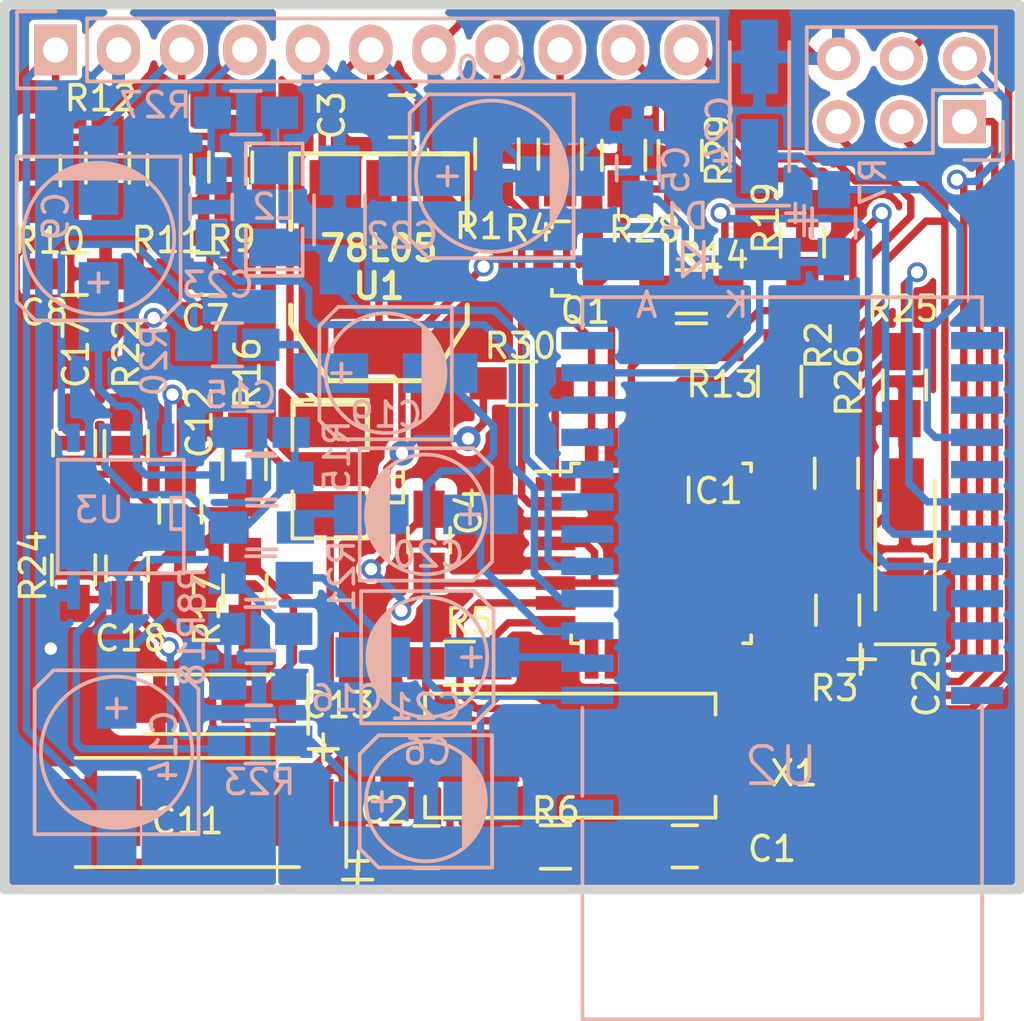
<source format=kicad_pcb>
(kicad_pcb (version 20170123) (host pcbnew no-vcs-found-7602~57~ubuntu16.04.1)
  (title_block (date "25 feb 2014"))
  (layers (0 Front signal) (31 Back signal) (34 B.Paste user) (35 F.Paste user) (36 B.SilkS user hide) (37 F.SilkS user) (38 B.Mask user) (39 F.Mask user) (44 Edge.Cuts user))
  (net 0 "")
  (net 1 +5V)
  (net 2 /DataOut)
  (net 3 GND)
  (net 4 +12V)
  (net 5 TX)
  (net 6 RX)
  (net 7 /BT_RESET)
  (net 8 /ARESET)
  (net 9 "Net-(C1-Pad1)")
  (net 10 "Net-(C2-Pad1)")
  (net 11 +BATT)
  (net 12 "Net-(IC1-Pad8)")
  (net 13 /MOSI)
  (net 14 /MISO)
  (net 15 /SCK)
  (net 16 /BT_ENABLE)
  (net 17 /BTOUTL)
  (net 18 "Net-(C6-Pad2)")
  (net 19 /BTOUTR)
  (net 20 "Net-(C8-Pad1)")
  (net 21 /AOUTL)
  (net 22 /AOUTR)
  (net 23 GNDA)
  (net 24 +12C)
  (net 25 /VGND)
  (net 26 /DataIn)
  (net 27 /Clock)
  (net 28 "Net-(C7-Pad1)")
  (net 29 "Net-(C15-Pad1)")
  (net 30 "Net-(C14-Pad1)")
  (net 31 "Net-(C15-Pad2)")
  (net 32 "Net-(C16-Pad2)")
  (net 33 "Net-(C17-Pad1)")
  (net 34 "Net-(C18-Pad1)")
  (net 35 "Net-(C19-Pad1)")
  (net 36 /BTAGND)
  (net 37 "Net-(C20-Pad2)")
  (net 38 "Net-(C21-Pad1)")
  (net 39 "Net-(IC1-Pad30)")
  (net 40 "Net-(IC1-Pad31)")
  (net 41 "Net-(R25-Pad1)")
  (net 42 /MIC_BIAS)
  (net 43 /MIC)
  (net 44 "Net-(L2-Pad2)")
  (net 45 /CDC_ENA_5V)
  (net 46 /CDC_ENA_12V)
  (net 47 "Net-(Q1-Pad1)")
  (net 48 "Net-(P1-Pad8)")
  (net 49 /MIC_IN)
  (net 50 "Net-(IC1-Pad32)")
  (net 51 "Net-(P1-Pad11)")
  (module Crystals:Crystal_HC49-SD_SMD (layer Front) (at 92.4052 167.1574)
    (fp_text reference X1 (at 9.017 0.7112) (layer F.SilkS))
    (fp_text value 16MHz)
    (pad 1 smd rect (at -4.84886 0) (size 5.6007 2.10058) (layers Front F.Paste F.Mask) (net 10 "Net-(C2-Pad1)"))
    (pad 2 smd rect (at 4.84886 0) (size 5.6007 2.10058) (layers Front F.Paste F.Mask) (net 9 "Net-(C1-Pad1)"))
  )
  (module my_modules:S3860M-S (layer Back) (at 93.091 148.87956)
    (fp_text reference U2 (at 7.8 18.7) (layer B.SilkS) (effects (font (size 1.5 1.5)) (justify mirror)))
    (fp_text value S3860M-S)
    (pad 1 smd rect (at 0 20.4) (size 2.1 0.7) (layers Back B.Paste B.Mask))
    (pad 2 smd rect (at 0 15.85) (size 2.1 0.7) (layers Back B.Paste B.Mask) (net 36 /BTAGND))
    (pad 3 smd rect (at 0 14.55) (size 2.1 0.7) (layers Back B.Paste B.Mask) (net 17 /BTOUTL))
    (pad 4 smd rect (at 0 13.25) (size 2.1 0.7) (layers Back B.Paste B.Mask) (net 19 /BTOUTR))
    (pad 5 smd rect (at 0 11.95) (size 2.1 0.7) (layers Back B.Paste B.Mask) (net 43 /MIC))
    (pad 6 smd rect (at 0 10.65) (size 2.1 0.7) (layers Back B.Paste B.Mask) (net 42 /MIC_BIAS))
    (pad 7 smd rect (at 0 9.35) (size 2.1 0.7) (layers Back B.Paste B.Mask))
    (pad 8 smd rect (at 0 8.05) (size 2.1 0.7) (layers Back B.Paste B.Mask))
    (pad 9 smd rect (at 0 6.75) (size 2.1 0.7) (layers Back B.Paste B.Mask))
    (pad 10 smd rect (at 0 5.45) (size 2.1 0.7) (layers Back B.Paste B.Mask))
    (pad 11 smd rect (at 0 4.15) (size 2.1 0.7) (layers Back B.Paste B.Mask) (net 3 GND))
    (pad 12 smd rect (at 0 2.85) (size 2.1 0.7) (layers Back B.Paste B.Mask) (net 11 +BATT))
    (pad 13 smd rect (at 0 1.55) (size 2.1 0.7) (layers Back B.Paste B.Mask))
    (pad 25 smd rect (at 15.7 15.85) (size 2.1 0.7) (layers Back B.Paste B.Mask))
    (pad 24 smd rect (at 15.7 14.55) (size 2.1 0.7) (layers Back B.Paste B.Mask))
    (pad 23 smd rect (at 15.7 13.25) (size 2.1 0.7) (layers Back B.Paste B.Mask))
    (pad 22 smd rect (at 15.7 11.95) (size 2.1 0.7) (layers Back B.Paste B.Mask))
    (pad 21 smd rect (at 15.7 10.65) (size 2.1 0.7) (layers Back B.Paste B.Mask) (net 5 TX))
    (pad 20 smd rect (at 15.7 9.35) (size 2.1 0.7) (layers Back B.Paste B.Mask) (net 6 RX))
    (pad 19 smd rect (at 15.7 8.05) (size 2.1 0.7) (layers Back B.Paste B.Mask) (net 41 "Net-(R25-Pad1)"))
    (pad 18 smd rect (at 15.7 6.75) (size 2.1 0.7) (layers Back B.Paste B.Mask))
    (pad 17 smd rect (at 15.7 5.45) (size 2.1 0.7) (layers Back B.Paste B.Mask) (net 7 /BT_RESET))
    (pad 16 smd rect (at 15.7 4.15) (size 2.1 0.7) (layers Back B.Paste B.Mask))
    (pad 15 smd rect (at 15.7 2.85) (size 2.1 0.7) (layers Back B.Paste B.Mask))
    (pad 14 smd rect (at 15.7 1.55) (size 2.1 0.7) (layers Back B.Paste B.Mask))
  )
  (module Resistors_SMD:R_0805_HandSoldering (layer Back) (at 79.91348 166.5986 180)
    (fp_text reference R23 (at 0.03048 -1.6256 180) (layer B.SilkS) (effects (justify mirror)))
    (fp_text value 22k)
    (pad 1 smd rect (at -1.35 0 180) (size 1.5 1.3) (layers Back B.Paste B.Mask) (net 38 "Net-(C21-Pad1)"))
    (pad 2 smd rect (at 1.35 0 180) (size 1.5 1.3) (layers Back B.Paste B.Mask) (net 34 "Net-(C18-Pad1)"))
  )
  (module my_modules:SOT-223-REGULATOR (layer Front) (at 84.6963 147.4724 180)
    (fp_text reference U1 (at 0 -0.762 180) (layer F.SilkS) (effects (font (size 1.016 1.016) (thickness 0.2032))))
    (fp_text value 78L05 (at 0 0.762 180) (layer F.SilkS) (effects (font (size 1.016 1.016) (thickness 0.2032))))
    (pad VO smd rect (at 0 -3.302 180) (size 3.6576 2.032) (layers Front F.Paste F.Mask) (net 1 +5V))
    (pad VO smd rect (at 0 3.302 180) (size 1.016 2.032) (layers Front F.Paste F.Mask) (net 1 +5V))
    (pad VI smd rect (at 2.286 3.302 180) (size 1.016 2.032) (layers Front F.Paste F.Mask) (net 4 +12V))
    (pad GND smd rect (at -2.286 3.302 180) (size 1.016 2.032) (layers Front F.Paste F.Mask) (net 3 GND))
  )
  (module Capacitors_SMD:C_0805_HandSoldering (layer Front) (at 97.0153 170.815)
    (fp_text reference C1 (at 3.5179 0.1016) (layer F.SilkS))
    (fp_text value 22p)
    (pad 1 smd rect (at -1.25 0) (size 1.5 1.25) (layers Front F.Paste F.Mask) (net 9 "Net-(C1-Pad1)"))
    (pad 2 smd rect (at 1.25 0) (size 1.5 1.25) (layers Front F.Paste F.Mask) (net 3 GND))
  )
  (module Capacitors_SMD:C_0805_HandSoldering (layer Front) (at 86.614 170.8404 180)
    (fp_text reference C2 (at 1.7018 1.4732 180) (layer F.SilkS))
    (fp_text value 22p)
    (pad 1 smd rect (at -1.25 0 180) (size 1.5 1.25) (layers Front F.Paste F.Mask) (net 10 "Net-(C2-Pad1)"))
    (pad 2 smd rect (at 1.25 0 180) (size 1.5 1.25) (layers Front F.Paste F.Mask) (net 3 GND))
  )
  (module Capacitors_SMD:C_0805_HandSoldering (layer Front) (at 85.6234 141.3891)
    (fp_text reference C3 (at -2.8194 -0.0381 90) (layer F.SilkS))
    (fp_text value 100n)
    (pad 1 smd rect (at -1.25 0) (size 1.5 1.25) (layers Front F.Paste F.Mask) (net 4 +12V))
    (pad 2 smd rect (at 1.25 0) (size 1.5 1.25) (layers Front F.Paste F.Mask) (net 3 GND))
  )
  (module Capacitors_SMD:C_0805_HandSoldering (layer Front) (at 86.7156 158.47568 90)
    (fp_text reference C4 (at 1.17348 1.6002 90) (layer F.SilkS))
    (fp_text value 100n)
    (pad 1 smd rect (at -1.25 0 90) (size 1.5 1.25) (layers Front F.Paste F.Mask) (net 1 +5V))
    (pad 2 smd rect (at 1.25 0 90) (size 1.5 1.25) (layers Front F.Paste F.Mask) (net 3 GND))
  )
  (module Capacitors_SMD:C_0805_HandSoldering (layer Back) (at 95.123 143.4846 90)
    (fp_text reference C5 (at -0.0508 1.5494 90) (layer B.SilkS) (effects (justify mirror)))
    (fp_text value 100n)
    (pad 1 smd rect (at -1.25 0 90) (size 1.5 1.25) (layers Back B.Paste B.Mask) (net 11 +BATT))
    (pad 2 smd rect (at 1.25 0 90) (size 1.5 1.25) (layers Back B.Paste B.Mask) (net 3 GND))
  )
  (module Housings_QFP:TQFP-32_7x7mm_Pitch0.8mm (layer Front) (at 96.0628 159.004)
    (fp_text reference IC1 (at 2.0828 -2.5146) (layer F.SilkS))
    (fp_text value ATMEGA88-A)
    (pad 1 smd rect (at -4.25 -2.8) (size 1.6 0.55) (layers Front F.Paste F.Mask) (net 45 /CDC_ENA_5V))
    (pad 2 smd rect (at -4.25 -2) (size 1.6 0.55) (layers Front F.Paste F.Mask) (net 27 /Clock))
    (pad 3 smd rect (at -4.25 -1.2) (size 1.6 0.55) (layers Front F.Paste F.Mask) (net 3 GND))
    (pad 4 smd rect (at -4.25 -0.4) (size 1.6 0.55) (layers Front F.Paste F.Mask) (net 1 +5V))
    (pad 5 smd rect (at -4.25 0.4) (size 1.6 0.55) (layers Front F.Paste F.Mask) (net 3 GND))
    (pad 6 smd rect (at -4.25 1.2) (size 1.6 0.55) (layers Front F.Paste F.Mask) (net 1 +5V))
    (pad 7 smd rect (at -4.25 2) (size 1.6 0.55) (layers Front F.Paste F.Mask) (net 9 "Net-(C1-Pad1)"))
    (pad 8 smd rect (at -4.25 2.8) (size 1.6 0.55) (layers Front F.Paste F.Mask) (net 12 "Net-(IC1-Pad8)"))
    (pad 9 smd rect (at -2.8 4.25 90) (size 1.6 0.55) (layers Front F.Paste F.Mask))
    (pad 10 smd rect (at -2 4.25 90) (size 1.6 0.55) (layers Front F.Paste F.Mask))
    (pad 11 smd rect (at -1.2 4.25 90) (size 1.6 0.55) (layers Front F.Paste F.Mask))
    (pad 12 smd rect (at -0.4 4.25 90) (size 1.6 0.55) (layers Front F.Paste F.Mask))
    (pad 13 smd rect (at 0.4 4.25 90) (size 1.6 0.55) (layers Front F.Paste F.Mask))
    (pad 14 smd rect (at 1.2 4.25 90) (size 1.6 0.55) (layers Front F.Paste F.Mask))
    (pad 15 smd rect (at 2 4.25 90) (size 1.6 0.55) (layers Front F.Paste F.Mask) (net 13 /MOSI))
    (pad 16 smd rect (at 2.8 4.25 90) (size 1.6 0.55) (layers Front F.Paste F.Mask) (net 14 /MISO))
    (pad 17 smd rect (at 4.25 2.8) (size 1.6 0.55) (layers Front F.Paste F.Mask) (net 15 /SCK))
    (pad 18 smd rect (at 4.25 2) (size 1.6 0.55) (layers Front F.Paste F.Mask) (net 1 +5V))
    (pad 19 smd rect (at 4.25 1.2) (size 1.6 0.55) (layers Front F.Paste F.Mask))
    (pad 20 smd rect (at 4.25 0.4) (size 1.6 0.55) (layers Front F.Paste F.Mask) (net 1 +5V))
    (pad 21 smd rect (at 4.25 -0.4) (size 1.6 0.55) (layers Front F.Paste F.Mask) (net 3 GND))
    (pad 22 smd rect (at 4.25 -1.2) (size 1.6 0.55) (layers Front F.Paste F.Mask))
    (pad 23 smd rect (at 4.25 -2) (size 1.6 0.55) (layers Front F.Paste F.Mask))
    (pad 24 smd rect (at 4.25 -2.8) (size 1.6 0.55) (layers Front F.Paste F.Mask) (net 16 /BT_ENABLE))
    (pad 25 smd rect (at 2.8 -4.25 90) (size 1.6 0.55) (layers Front F.Paste F.Mask))
    (pad 26 smd rect (at 2 -4.25 90) (size 1.6 0.55) (layers Front F.Paste F.Mask) (net 26 /DataIn))
    (pad 27 smd rect (at 1.2 -4.25 90) (size 1.6 0.55) (layers Front F.Paste F.Mask))
    (pad 28 smd rect (at 0.4 -4.25 90) (size 1.6 0.55) (layers Front F.Paste F.Mask))
    (pad 29 smd rect (at -0.4 -4.25 90) (size 1.6 0.55) (layers Front F.Paste F.Mask) (net 8 /ARESET))
    (pad 30 smd rect (at -1.2 -4.25 90) (size 1.6 0.55) (layers Front F.Paste F.Mask) (net 39 "Net-(IC1-Pad30)"))
    (pad 31 smd rect (at -2 -4.25 90) (size 1.6 0.55) (layers Front F.Paste F.Mask) (net 40 "Net-(IC1-Pad31)"))
    (pad 32 smd rect (at -2.8 -4.25 90) (size 1.6 0.55) (layers Front F.Paste F.Mask) (net 50 "Net-(IC1-Pad32)"))
  )
  (module Pin_Headers:Pin_Header_Straight_2x03 (layer Back) (at 108.2802 141.605 90)
    (fp_text reference P2 (at 0 5.1 90) (layer B.SilkS) (effects (justify mirror)))
    (fp_text value SPI)
    (pad 1 thru_hole rect (at 0 0 90) (size 1.7272 1.7272) (drill 1.016) (layers *.Cu *.Mask B.SilkS) (net 14 /MISO))
    (pad 2 thru_hole oval (at 2.54 0 90) (size 1.7272 1.7272) (drill 1.016) (layers *.Cu *.Mask B.SilkS) (net 1 +5V))
    (pad 3 thru_hole oval (at 0 -2.54 90) (size 1.7272 1.7272) (drill 1.016) (layers *.Cu *.Mask B.SilkS) (net 15 /SCK))
    (pad 4 thru_hole oval (at 2.54 -2.54 90) (size 1.7272 1.7272) (drill 1.016) (layers *.Cu *.Mask B.SilkS) (net 13 /MOSI))
    (pad 5 thru_hole oval (at 0 -5.08 90) (size 1.7272 1.7272) (drill 1.016) (layers *.Cu *.Mask B.SilkS) (net 8 /ARESET))
    (pad 6 thru_hole oval (at 2.54 -5.08 90) (size 1.7272 1.7272) (drill 1.016) (layers *.Cu *.Mask B.SilkS) (net 3 GND))
  )
  (module Resistors_SMD:R_0805_HandSoldering (layer Front) (at 89.44864 142.90548 270)
    (fp_text reference R1 (at 2.91592 0.72644) (layer F.SilkS))
    (fp_text value 3k3)
    (pad 1 smd rect (at -1.35 0 270) (size 1.5 1.3) (layers Front F.Paste F.Mask) (net 48 "Net-(P1-Pad8)"))
    (pad 2 smd rect (at 1.35 0 270) (size 1.5 1.3) (layers Front F.Paste F.Mask) (net 27 /Clock))
  )
  (module Resistors_SMD:R_0805_HandSoldering (layer Front) (at 100.838 152.0698 270)
    (fp_text reference R2 (at -1.4478 -1.5748 270) (layer F.SilkS))
    (fp_text value 3k3)
    (pad 1 smd rect (at -1.35 0 270) (size 1.5 1.3) (layers Front F.Paste F.Mask) (net 51 "Net-(P1-Pad11)"))
    (pad 2 smd rect (at 1.35 0 270) (size 1.5 1.3) (layers Front F.Paste F.Mask) (net 26 /DataIn))
  )
  (module Resistors_SMD:R_0805_HandSoldering (layer Front) (at 90.44432 152.15362)
    (fp_text reference R30 (at -0.04572 -1.50622) (layer F.SilkS))
    (fp_text value 10k)
    (pad 1 smd rect (at -1.35 0) (size 1.5 1.3) (layers Front F.Paste F.Mask) (net 1 +5V))
    (pad 2 smd rect (at 1.35 0) (size 1.5 1.3) (layers Front F.Paste F.Mask) (net 45 /CDC_ENA_5V))
  )
  (module Resistors_SMD:R_0805_HandSoldering (layer Front) (at 91.99372 142.92072 90)
    (fp_text reference R4 (at -3.00228 -1.26492) (layer F.SilkS))
    (fp_text value 3k3)
    (pad 1 smd rect (at -1.35 0 90) (size 1.5 1.3) (layers Front F.Paste F.Mask) (net 50 "Net-(IC1-Pad32)"))
    (pad 2 smd rect (at 1.35 0 90) (size 1.5 1.3) (layers Front F.Paste F.Mask) (net 2 /DataOut))
  )
  (module Resistors_SMD:R_0805_HandSoldering (layer Front) (at 87.9348 163.4363)
    (fp_text reference R5 (at 0.4064 -1.6891) (layer F.SilkS))
    (fp_text value 27)
    (pad 1 smd rect (at -1.35 0) (size 1.5 1.3) (layers Front F.Paste F.Mask) (net 10 "Net-(C2-Pad1)"))
    (pad 2 smd rect (at 1.35 0) (size 1.5 1.3) (layers Front F.Paste F.Mask) (net 12 "Net-(IC1-Pad8)"))
  )
  (module Resistors_SMD:R_0805_HandSoldering (layer Front) (at 91.8083 170.8404 180)
    (fp_text reference R6 (at -0.0127 1.4732 180) (layer F.SilkS))
    (fp_text value 1M)
    (pad 1 smd rect (at -1.35 0 180) (size 1.5 1.3) (layers Front F.Paste F.Mask) (net 9 "Net-(C1-Pad1)"))
    (pad 2 smd rect (at 1.35 0 180) (size 1.5 1.3) (layers Front F.Paste F.Mask) (net 10 "Net-(C2-Pad1)"))
  )
  (module Resistors_SMD:R_0805_HandSoldering (layer Front) (at 103.1748 161.29 270)
    (fp_text reference R3 (at 3.1496 0.127 180) (layer F.SilkS))
    (fp_text value 3k3)
    (pad 1 smd rect (at -1.35 0 270) (size 1.5 1.3) (layers Front F.Paste F.Mask) (net 8 /ARESET))
    (pad 2 smd rect (at 1.35 0 270) (size 1.5 1.3) (layers Front F.Paste F.Mask) (net 1 +5V))
  )
  (module Resistors_SMD:R_0805_HandSoldering (layer Back) (at 103.0224 145.6944 270)
    (fp_text reference R7 (at -1.6764 -1.5748 270) (layer B.SilkS) (effects (justify mirror)))
    (fp_text value 3k3)
    (pad 1 smd rect (at -1.35 0 270) (size 1.5 1.3) (layers Back B.Paste B.Mask) (net 7 /BT_RESET))
    (pad 2 smd rect (at 1.35 0 270) (size 1.5 1.3) (layers Back B.Paste B.Mask) (net 11 +BATT))
  )
  (module Capacitors_SMD:c_elec_5x5.8 (layer Back) (at 86.64448 163.18992)
    (fp_text reference C6 (at 0 3.81) (layer B.SilkS) (effects (justify mirror)))
    (fp_text value 10m/16V)
    (pad 1 smd rect (at 2.19964 0) (size 2.99974 1.6002) (layers Back B.Paste B.Mask) (net 17 /BTOUTL))
    (pad 2 smd rect (at -2.19964 0) (size 2.99974 1.6002) (layers Back B.Paste B.Mask) (net 18 "Net-(C6-Pad2)"))
  )
  (module Capacitors_SMD:c_elec_6.3x5.7 (layer Back) (at 73.40092 146.31416 270)
    (fp_text reference C9 (at -0.89916 1.72212 270) (layer B.SilkS) (effects (justify mirror)))
    (fp_text value 47m/25V)
    (pad 1 smd rect (at 2.75082 0 270) (size 3.59918 1.6002) (layers Back B.Paste B.Mask) (net 29 "Net-(C15-Pad1)"))
    (pad 2 smd rect (at -2.75082 0 270) (size 3.59918 1.6002) (layers Back B.Paste B.Mask) (net 22 /AOUTR))
  )
  (module Capacitors_SMD:c_elec_6.3x7.7 (layer Back) (at 89.23528 143.80464 180)
    (fp_text reference C10 (at 0 4.318 180) (layer B.SilkS) (effects (justify mirror)))
    (fp_text value 100m/25V)
    (pad 1 smd rect (at 2.75082 0 180) (size 3.59918 1.6002) (layers Back B.Paste B.Mask) (net 4 +12V))
    (pad 2 smd rect (at -2.75082 0 180) (size 3.59918 1.6002) (layers Back B.Paste B.Mask) (net 3 GND))
  )
  (module Capacitors_Tantalum_SMD:TantalC_SizeD_EIA-7343_HandSoldering (layer Front) (at 76.97724 169.44848 180)
    (fp_text reference C11 (at -0.01016 -0.35052 180) (layer F.SilkS))
    (fp_text value 47m/25V)
    (fp_text user + (at -6.89356 -1.87452 180) (layer F.SilkS))
    (pad 2 smd rect (at 3.88874 0 180) (size 4.0005 2.70002) (layers Front F.Paste F.Mask) (net 23 GNDA))
    (pad 1 smd rect (at -3.88874 0 180) (size 4.0005 2.70002) (layers Front F.Paste F.Mask) (net 24 +12C))
  )
  (module Capacitors_SMD:C_0805_HandSoldering (layer Front) (at 76.69784 157.2768 270)
    (fp_text reference C12 (at -3.556 -0.77216 270) (layer F.SilkS))
    (fp_text value 100n)
    (pad 1 smd rect (at -1.25 0 270) (size 1.5 1.25) (layers Front F.Paste F.Mask) (net 24 +12C))
    (pad 2 smd rect (at 1.25 0 270) (size 1.5 1.25) (layers Front F.Paste F.Mask) (net 23 GNDA))
  )
  (module Capacitors_Tantalum_SMD:TantalC_SizeA_EIA-3216_HandSoldering (layer Front) (at 77.851 165.0873 180)
    (fp_text reference C13 (at -5.207 -0.0381 180) (layer F.SilkS))
    (fp_text value 2m2/16V)
    (fp_text user + (at -4.59994 -1.80086 180) (layer F.SilkS))
    (pad 2 smd rect (at 1.99898 0 180) (size 2.99974 1.50114) (layers Front F.Paste F.Mask) (net 23 GNDA))
    (pad 1 smd rect (at -1.99898 0 180) (size 2.99974 1.50114) (layers Front F.Paste F.Mask) (net 25 /VGND))
  )
  (module Resistors_SMD:R_0805_HandSoldering (layer Back) (at 79.9338 159.9946)
    (fp_text reference R8 (at -2.7432 0.508 90) (layer B.SilkS) (effects (justify mirror)))
    (fp_text value 22k)
    (pad 1 smd rect (at -1.35 0) (size 1.5 1.3) (layers Back B.Paste B.Mask) (net 32 "Net-(C16-Pad2)"))
    (pad 2 smd rect (at 1.35 0) (size 1.5 1.3) (layers Back B.Paste B.Mask) (net 18 "Net-(C6-Pad2)"))
  )
  (module Resistors_SMD:R_0805_HandSoldering (layer Front) (at 78.71968 143.4338 90)
    (fp_text reference R9 (at -2.8956 0.04572 180) (layer F.SilkS))
    (fp_text value 39R)
    (pad 1 smd rect (at -1.35 0 90) (size 1.5 1.3) (layers Front F.Paste F.Mask) (net 28 "Net-(C7-Pad1)"))
    (pad 2 smd rect (at 1.35 0 90) (size 1.5 1.3) (layers Front F.Paste F.Mask) (net 22 /AOUTR))
  )
  (module Resistors_SMD:R_0805_HandSoldering (layer Front) (at 70.98792 143.5862 90)
    (fp_text reference R10 (at -2.8194 0.43688 180) (layer F.SilkS))
    (fp_text value 39R)
    (pad 1 smd rect (at -1.35 0 90) (size 1.5 1.3) (layers Front F.Paste F.Mask) (net 20 "Net-(C8-Pad1)"))
    (pad 2 smd rect (at 1.35 0 90) (size 1.5 1.3) (layers Front F.Paste F.Mask) (net 21 /AOUTL))
  )
  (module Resistors_SMD:R_0805_HandSoldering (layer Front) (at 76.24572 143.55064 90)
    (fp_text reference R11 (at -2.82956 -0.07112 180) (layer F.SilkS))
    (fp_text value 47k)
    (pad 1 smd rect (at -1.35 0 90) (size 1.5 1.3) (layers Front F.Paste F.Mask) (net 23 GNDA))
    (pad 2 smd rect (at 1.35 0 90) (size 1.5 1.3) (layers Front F.Paste F.Mask) (net 22 /AOUTR))
  )
  (module Resistors_SMD:R_0805_HandSoldering (layer Front) (at 73.76668 143.47444 90)
    (fp_text reference R12 (at 2.80924 -0.28448 180) (layer F.SilkS))
    (fp_text value 47k)
    (pad 1 smd rect (at -1.35 0 90) (size 1.5 1.3) (layers Front F.Paste F.Mask) (net 23 GNDA))
    (pad 2 smd rect (at 1.35 0 90) (size 1.5 1.3) (layers Front F.Paste F.Mask) (net 21 /AOUTL))
  )
  (module Resistors_SMD:R_0805_HandSoldering (layer Front) (at 97.282 150.6093)
    (fp_text reference R13 (at 1.2446 1.5875) (layer F.SilkS))
    (fp_text value 330)
    (pad 1 smd rect (at -1.35 0) (size 1.5 1.3) (layers Front F.Paste F.Mask) (net 39 "Net-(IC1-Pad30)"))
    (pad 2 smd rect (at 1.35 0) (size 1.5 1.3) (layers Front F.Paste F.Mask) (net 6 RX))
  )
  (module Resistors_SMD:R_0805_HandSoldering (layer Front) (at 97.282 148.463)
    (fp_text reference R14 (at 0.8636 -1.4478) (layer F.SilkS))
    (fp_text value 330)
    (pad 1 smd rect (at -1.35 0) (size 1.5 1.3) (layers Front F.Paste F.Mask) (net 40 "Net-(IC1-Pad31)"))
    (pad 2 smd rect (at 1.35 0) (size 1.5 1.3) (layers Front F.Paste F.Mask) (net 5 TX))
  )
  (module Resistors_SMD:R_0805_HandSoldering (layer Back) (at 79.9592 155.956 180)
    (fp_text reference R15 (at -3.048 0.8636 270) (layer B.SilkS) (effects (justify mirror)))
    (fp_text value 47k)
    (pad 1 smd rect (at -1.35 0 180) (size 1.5 1.3) (layers Back B.Paste B.Mask) (net 31 "Net-(C15-Pad2)"))
    (pad 2 smd rect (at 1.35 0 180) (size 1.5 1.3) (layers Back B.Paste B.Mask) (net 29 "Net-(C15-Pad1)"))
  )
  (module Resistors_SMD:R_0805_HandSoldering (layer Front) (at 79.26832 155.4226 90)
    (fp_text reference R16 (at 3.683 0.13208 90) (layer F.SilkS))
    (fp_text value 100k)
    (pad 1 smd rect (at -1.35 0 90) (size 1.5 1.3) (layers Front F.Paste F.Mask) (net 25 /VGND))
    (pad 2 smd rect (at 1.35 0 90) (size 1.5 1.3) (layers Front F.Paste F.Mask) (net 24 +12C))
  )
  (module Resistors_SMD:R_0805_HandSoldering (layer Front) (at 79.29626 160.47974 90)
    (fp_text reference R17 (at -0.81026 -1.52146 90) (layer F.SilkS))
    (fp_text value 100k)
    (pad 1 smd rect (at -1.35 0 90) (size 1.5 1.3) (layers Front F.Paste F.Mask) (net 23 GNDA))
    (pad 2 smd rect (at 1.35 0 90) (size 1.5 1.3) (layers Front F.Paste F.Mask) (net 25 /VGND))
  )
  (module SMD_Packages:SOIC-8-N (layer Back) (at 74.295 157.52064 180)
    (fp_text reference U3 (at 0.8636 0.26924 180) (layer B.SilkS) (effects (justify mirror)))
    (fp_text value LM358)
    (pad 8 smd rect (at -1.905 3.175 180) (size 0.508 1.143) (layers Back B.Paste B.Mask) (net 24 +12C))
    (pad 7 smd rect (at -0.635 3.175 180) (size 0.508 1.143) (layers Back B.Paste B.Mask) (net 29 "Net-(C15-Pad1)"))
    (pad 6 smd rect (at 0.635 3.175 180) (size 0.508 1.143) (layers Back B.Paste B.Mask) (net 31 "Net-(C15-Pad2)"))
    (pad 5 smd rect (at 1.905 3.175 180) (size 0.508 1.143) (layers Back B.Paste B.Mask) (net 33 "Net-(C17-Pad1)"))
    (pad 4 smd rect (at 1.905 -3.175 180) (size 0.508 1.143) (layers Back B.Paste B.Mask) (net 23 GNDA))
    (pad 3 smd rect (at 0.635 -3.175 180) (size 0.508 1.143) (layers Back B.Paste B.Mask) (net 34 "Net-(C18-Pad1)"))
    (pad 2 smd rect (at -0.635 -3.175 180) (size 0.508 1.143) (layers Back B.Paste B.Mask) (net 32 "Net-(C16-Pad2)"))
    (pad 1 smd rect (at -1.905 -3.175 180) (size 0.508 1.143) (layers Back B.Paste B.Mask) (net 30 "Net-(C14-Pad1)"))
  )
  (module SMD_Packages:SMD-1210_Pol (layer Front) (at 82.73288 155.61056 270)
    (fp_text reference L1 (at 0.70104 -2.48412 270) (layer F.SilkS))
    (fp_text value INDUCTOR)
    (pad 1 smd rect (at -1.778 0 270) (size 1.778 2.794) (layers Front F.Paste F.Mask) (net 4 +12V))
    (pad 2 smd rect (at 1.778 0 270) (size 1.778 2.794) (layers Front F.Paste F.Mask) (net 24 +12C))
  )
  (module Capacitors_SMD:c_elec_6.3x5.7 (layer Back) (at 74.12736 167.02024 90)
    (fp_text reference C14 (at 0.24384 1.92024 90) (layer B.SilkS) (effects (justify mirror)))
    (fp_text value 47m/25V)
    (pad 1 smd rect (at 2.75082 0 90) (size 3.59918 1.6002) (layers Back B.Paste B.Mask) (net 30 "Net-(C14-Pad1)"))
    (pad 2 smd rect (at -2.75082 0 90) (size 3.59918 1.6002) (layers Back B.Paste B.Mask) (net 21 /AOUTL))
  )
  (module Capacitors_SMD:C_0805_HandSoldering (layer Back) (at 79.9084 154.1272)
    (fp_text reference C15 (at -0.7874 -1.4986) (layer B.SilkS) (effects (justify mirror)))
    (fp_text value 33p)
    (pad 1 smd rect (at -1.25 0) (size 1.5 1.25) (layers Back B.Paste B.Mask) (net 29 "Net-(C15-Pad1)"))
    (pad 2 smd rect (at 1.25 0) (size 1.5 1.25) (layers Back B.Paste B.Mask) (net 31 "Net-(C15-Pad2)"))
  )
  (module Capacitors_SMD:C_0805_HandSoldering (layer Back) (at 79.8576 164.28212)
    (fp_text reference C16 (at 3.556 0.56388) (layer B.SilkS) (effects (justify mirror)))
    (fp_text value 33p)
    (pad 1 smd rect (at -1.25 0) (size 1.5 1.25) (layers Back B.Paste B.Mask) (net 30 "Net-(C14-Pad1)"))
    (pad 2 smd rect (at 1.25 0) (size 1.5 1.25) (layers Back B.Paste B.Mask) (net 32 "Net-(C16-Pad2)"))
  )
  (module Capacitors_SMD:C_0805_HandSoldering (layer Front) (at 72.41794 154.56408 270)
    (fp_text reference C17 (at -3.66268 -0.07366 270) (layer F.SilkS))
    (fp_text value 33p)
    (pad 1 smd rect (at -1.25 0 270) (size 1.5 1.25) (layers Front F.Paste F.Mask) (net 33 "Net-(C17-Pad1)"))
    (pad 2 smd rect (at 1.25 0 270) (size 1.5 1.25) (layers Front F.Paste F.Mask) (net 25 /VGND))
  )
  (module Capacitors_SMD:C_0805_HandSoldering (layer Front) (at 74.549 159.6136 90)
    (fp_text reference C18 (at -2.8194 0.1524 180) (layer F.SilkS))
    (fp_text value 33p)
    (pad 1 smd rect (at -1.25 0 90) (size 1.5 1.25) (layers Front F.Paste F.Mask) (net 34 "Net-(C18-Pad1)"))
    (pad 2 smd rect (at 1.25 0 90) (size 1.5 1.25) (layers Front F.Paste F.Mask) (net 25 /VGND))
  )
  (module Capacitors_SMD:c_elec_5x5.8 (layer Back) (at 84.963 151.7396 180)
    (fp_text reference C19 (at -0.0254 -1.6764 180) (layer B.SilkS) (effects (justify mirror)))
    (fp_text value 10m/16V)
    (pad 1 smd rect (at 2.19964 0 180) (size 2.99974 1.6002) (layers Back B.Paste B.Mask) (net 35 "Net-(C19-Pad1)"))
    (pad 2 smd rect (at -2.19964 0 180) (size 2.99974 1.6002) (layers Back B.Paste B.Mask) (net 36 /BTAGND))
  )
  (module Capacitors_SMD:c_elec_5x5.8 (layer Back) (at 86.5886 157.43428)
    (fp_text reference C20 (at 0.1016 1.62052) (layer B.SilkS) (effects (justify mirror)))
    (fp_text value 10m/16V)
    (pad 1 smd rect (at 2.19964 0) (size 2.99974 1.6002) (layers Back B.Paste B.Mask) (net 19 /BTOUTR))
    (pad 2 smd rect (at -2.19964 0) (size 2.99974 1.6002) (layers Back B.Paste B.Mask) (net 37 "Net-(C20-Pad2)"))
  )
  (module Capacitors_SMD:c_elec_5x5.8 (layer Back) (at 86.5886 169.00144 180)
    (fp_text reference C21 (at 0 3.81 180) (layer B.SilkS) (effects (justify mirror)))
    (fp_text value 10m/16V)
    (pad 1 smd rect (at 2.19964 0 180) (size 2.99974 1.6002) (layers Back B.Paste B.Mask) (net 38 "Net-(C21-Pad1)"))
    (pad 2 smd rect (at -2.19964 0 180) (size 2.99974 1.6002) (layers Back B.Paste B.Mask) (net 36 /BTAGND))
  )
  (module Resistors_SMD:R_0805_HandSoldering (layer Back) (at 79.91348 162.04692 180)
    (fp_text reference R18 (at 2.74828 -0.86868 90) (layer B.SilkS) (effects (justify mirror)))
    (fp_text value 47k)
    (pad 1 smd rect (at -1.35 0 180) (size 1.5 1.3) (layers Back B.Paste B.Mask) (net 32 "Net-(C16-Pad2)"))
    (pad 2 smd rect (at 1.35 0 180) (size 1.5 1.3) (layers Back B.Paste B.Mask) (net 30 "Net-(C14-Pad1)"))
  )
  (module Resistors_SMD:R_0805_HandSoldering (layer Front) (at 101.7524 146.4564 90)
    (fp_text reference R19 (at 0.9652 -1.4732 90) (layer F.SilkS))
    (fp_text value 4k7)
    (pad 1 smd rect (at -1.35 0 90) (size 1.5 1.3) (layers Front F.Paste F.Mask) (net 5 TX))
    (pad 2 smd rect (at 1.35 0 90) (size 1.5 1.3) (layers Front F.Paste F.Mask) (net 3 GND))
  )
  (module Resistors_SMD:R_0805_HandSoldering (layer Back) (at 78.5876 150.5966 180)
    (fp_text reference R20 (at 2.9464 -0.635 270) (layer B.SilkS) (effects (justify mirror)))
    (fp_text value 22k)
    (pad 1 smd rect (at -1.35 0 180) (size 1.5 1.3) (layers Back B.Paste B.Mask) (net 35 "Net-(C19-Pad1)"))
    (pad 2 smd rect (at 1.35 0 180) (size 1.5 1.3) (layers Back B.Paste B.Mask) (net 33 "Net-(C17-Pad1)"))
  )
  (module Resistors_SMD:R_0805_HandSoldering (layer Back) (at 79.9846 157.9626)
    (fp_text reference R21 (at 3.2258 1.9558 270) (layer B.SilkS) (effects (justify mirror)))
    (fp_text value 22k)
    (pad 1 smd rect (at -1.35 0) (size 1.5 1.3) (layers Back B.Paste B.Mask) (net 31 "Net-(C15-Pad2)"))
    (pad 2 smd rect (at 1.35 0) (size 1.5 1.3) (layers Back B.Paste B.Mask) (net 37 "Net-(C20-Pad2)"))
  )
  (module Resistors_SMD:R_0805_HandSoldering (layer Front) (at 74.51344 154.66568 90)
    (fp_text reference R22 (at 3.73888 0.01016 90) (layer F.SilkS))
    (fp_text value 47k)
    (pad 1 smd rect (at -1.35 0 90) (size 1.5 1.3) (layers Front F.Paste F.Mask) (net 25 /VGND))
    (pad 2 smd rect (at 1.35 0 90) (size 1.5 1.3) (layers Front F.Paste F.Mask) (net 33 "Net-(C17-Pad1)"))
  )
  (module Resistors_SMD:R_0805_HandSoldering (layer Front) (at 72.39508 159.66948 270)
    (fp_text reference R24 (at -0.15748 1.63068 270) (layer F.SilkS))
    (fp_text value 47k)
    (pad 1 smd rect (at -1.35 0 270) (size 1.5 1.3) (layers Front F.Paste F.Mask) (net 25 /VGND))
    (pad 2 smd rect (at 1.35 0 270) (size 1.5 1.3) (layers Front F.Paste F.Mask) (net 34 "Net-(C18-Pad1)"))
  )
  (module Resistors_SMD:R_0805_HandSoldering (layer Front) (at 105.8672 152.2222 270)
    (fp_text reference R25 (at -3.0734 0.0762 180) (layer F.SilkS))
    (fp_text value 4k7)
    (pad 1 smd rect (at -1.35 0 270) (size 1.5 1.3) (layers Front F.Paste F.Mask) (net 41 "Net-(R25-Pad1)"))
    (pad 2 smd rect (at 1.35 0 270) (size 1.5 1.3) (layers Front F.Paste F.Mask) (net 3 GND))
  )
  (module Resistors_SMD:R_0805_HandSoldering (layer Front) (at 103.124 155.7782 270)
    (fp_text reference R26 (at -3.7338 -0.508 90) (layer F.SilkS))
    (fp_text value 330)
    (pad 1 smd rect (at -1.35 0 270) (size 1.5 1.3) (layers Front F.Paste F.Mask) (net 41 "Net-(R25-Pad1)"))
    (pad 2 smd rect (at 1.35 0 270) (size 1.5 1.3) (layers Front F.Paste F.Mask) (net 16 /BT_ENABLE))
  )
  (module Capacitors_SMD:C_0805_HandSoldering (layer Front) (at 77.72908 147.74164 180)
    (fp_text reference C7 (at 0.03048 -1.78816 180) (layer F.SilkS))
    (fp_text value 100n)
    (pad 1 smd rect (at -1.25 0 180) (size 1.5 1.25) (layers Front F.Paste F.Mask) (net 28 "Net-(C7-Pad1)"))
    (pad 2 smd rect (at 1.25 0 180) (size 1.5 1.25) (layers Front F.Paste F.Mask) (net 23 GNDA))
  )
  (module Capacitors_SMD:C_0805_HandSoldering (layer Front) (at 72.43572 147.74164)
    (fp_text reference C8 (at -1.21412 1.55956) (layer F.SilkS))
    (fp_text value 100n)
    (pad 1 smd rect (at -1.25 0) (size 1.5 1.25) (layers Front F.Paste F.Mask) (net 20 "Net-(C8-Pad1)"))
    (pad 2 smd rect (at 1.25 0) (size 1.5 1.25) (layers Front F.Paste F.Mask) (net 23 GNDA))
  )
  (module Diodes_SMD:MiniMELF_Handsoldering (layer Back) (at 97.282 147.1422 180)
    (fp_text reference D1 (at 0.2794 1.7272 180) (layer B.SilkS) (effects (justify mirror)))
    (fp_text value 1N4148)
    (fp_text user K (at -1.8 -1.85 180) (layer B.SilkS) (effects (justify mirror)))
    (fp_text user A (at 1.8 -1.85 180) (layer B.SilkS) (effects (justify mirror)))
    (pad 1 smd rect (at -2.75082 0 180) (size 3.29946 1.69926) (layers Back B.Paste B.Mask) (net 11 +BATT))
    (pad 2 smd rect (at 2.75082 0 180) (size 3.29946 1.69926) (layers Back B.Paste B.Mask) (net 1 +5V))
  )
  (module Capacitors_SMD:C_1206_HandSoldering (layer Back) (at 83.1088 145.5674 90)
    (fp_text reference C22 (at -0.635 2.5146 180) (layer B.SilkS) (effects (justify mirror)))
    (fp_text value 4u7/10V)
    (pad 1 smd rect (at -2 0 90) (size 2 1.6) (layers Back B.Paste B.Mask) (net 42 /MIC_BIAS))
    (pad 2 smd rect (at 2 0 90) (size 2 1.6) (layers Back B.Paste B.Mask) (net 3 GND))
  )
  (module Capacitors_SMD:C_0805_HandSoldering (layer Back) (at 77.93736 145.04416 90)
    (fp_text reference C23 (at -3.13944 0.26924 180) (layer B.SilkS) (effects (justify mirror)))
    (fp_text value 1u/10V)
    (pad 1 smd rect (at -1.25 0 90) (size 1.5 1.25) (layers Back B.Paste B.Mask) (net 43 /MIC))
    (pad 2 smd rect (at 1.25 0 90) (size 1.5 1.25) (layers Back B.Paste B.Mask) (net 49 /MIC_IN))
  )
  (module SMD_Packages:SMD-1206_Pol (layer Back) (at 80.47736 145.02384 90)
    (fp_text reference L2 (at -0.01016 -0.01016 180) (layer B.SilkS) (effects (justify mirror)))
    (fp_text value 15n)
    (pad 1 smd rect (at -1.651 0 90) (size 1.524 2.032) (layers Back B.Paste B.Mask) (net 42 /MIC_BIAS))
    (pad 2 smd rect (at 1.651 0 90) (size 1.524 2.032) (layers Back B.Paste B.Mask) (net 44 "Net-(L2-Pad2)"))
  )
  (module Resistors_SMD:R_0805_HandSoldering (layer Back) (at 79.33944 141.24432)
    (fp_text reference R27 (at -3.64744 -0.29972) (layer B.SilkS) (effects (justify mirror)))
    (fp_text value "2k7(3k3)")
    (pad 1 smd rect (at -1.35 0) (size 1.5 1.3) (layers Back B.Paste B.Mask) (net 49 /MIC_IN))
    (pad 2 smd rect (at 1.35 0) (size 1.5 1.3) (layers Back B.Paste B.Mask) (net 44 "Net-(L2-Pad2)"))
  )
  (module Capacitors_Tantalum_SMD:TantalC_SizeA_EIA-3216_HandSoldering (layer Back) (at 100.0252 140.9954 90)
    (fp_text reference C24 (at -1.016 -1.6002 90) (layer B.SilkS) (effects (justify mirror)))
    (fp_text value 2u2)
    (fp_text user + (at -4.2926 1.3716 90) (layer B.SilkS) (effects (justify mirror)))
    (pad 2 smd rect (at 1.99898 0 90) (size 2.99974 1.50114) (layers Back B.Paste B.Mask) (net 3 GND))
    (pad 1 smd rect (at -1.99898 0 90) (size 2.99974 1.50114) (layers Back B.Paste B.Mask) (net 7 /BT_RESET))
  )
  (module Capacitors_Tantalum_SMD:TantalC_SizeA_EIA-3216_HandSoldering (layer Front) (at 105.8926 158.6738 90)
    (fp_text reference C25 (at -5.4864 0.8636 90) (layer F.SilkS))
    (fp_text value 2u1)
    (fp_text user + (at -4.59994 -1.80086 90) (layer F.SilkS))
    (pad 2 smd rect (at 1.99898 0 90) (size 2.99974 1.50114) (layers Front F.Paste F.Mask) (net 3 GND))
    (pad 1 smd rect (at -1.99898 0 90) (size 2.99974 1.50114) (layers Front F.Paste F.Mask) (net 8 /ARESET))
  )
  (module TO_SOT_Packages_SMD:SOT-23 (layer Front) (at 92.3163 147.12442 90)
    (fp_text reference Q1 (at -2.10058 0.6985 180) (layer F.SilkS))
    (fp_text value BC817-40)
    (pad 1 smd rect (at -0.95 1.00076 90) (size 0.8001 0.8001) (layers Front F.Paste F.Mask) (net 47 "Net-(Q1-Pad1)"))
    (pad 2 smd rect (at 0.95 1.00076 90) (size 0.8001 0.8001) (layers Front F.Paste F.Mask) (net 3 GND))
    (pad 3 smd rect (at 0 -0.99822 90) (size 0.8001 0.8001) (layers Front F.Paste F.Mask) (net 45 /CDC_ENA_5V))
  )
  (module Resistors_SMD:R_0805_HandSoldering (layer Front) (at 94.5515 142.9639 90)
    (fp_text reference R28 (at -2.9845 0.8509 180) (layer F.SilkS))
    (fp_text value 47k)
    (pad 1 smd rect (at -1.35 0 90) (size 1.5 1.3) (layers Front F.Paste F.Mask) (net 47 "Net-(Q1-Pad1)"))
    (pad 2 smd rect (at 1.35 0 90) (size 1.5 1.3) (layers Front F.Paste F.Mask) (net 3 GND))
  )
  (module Resistors_SMD:R_0805_HandSoldering (layer Front) (at 96.82988 142.97152 90)
    (fp_text reference R29 (at 0.19812 1.56972 90) (layer F.SilkS))
    (fp_text value 10k)
    (pad 1 smd rect (at -1.35 0 90) (size 1.5 1.3) (layers Front F.Paste F.Mask) (net 47 "Net-(Q1-Pad1)"))
    (pad 2 smd rect (at 1.35 0 90) (size 1.5 1.3) (layers Front F.Paste F.Mask) (net 46 /CDC_ENA_12V))
  )
  (module Pin_Headers:Pin_Header_Straight_1x11 (layer Back) (at 71.66864 138.71448 270)
    (fp_text reference P1 hide)
    (fp_text value CONN_9)
    (pad 1 thru_hole rect (at 0 0 270) (size 2.032 1.7272) (drill 1.016) (layers *.Cu *.Mask B.SilkS) (net 21 /AOUTL))
    (pad 2 thru_hole oval (at 0 -2.54 270) (size 2.032 1.7272) (drill 1.016) (layers *.Cu *.Mask B.SilkS) (net 23 GNDA))
    (pad 3 thru_hole oval (at 0 -5.08 270) (size 2.032 1.7272) (drill 1.016) (layers *.Cu *.Mask B.SilkS) (net 22 /AOUTR))
    (pad 4 thru_hole oval (at 0 -7.62 270) (size 2.032 1.7272) (drill 1.016) (layers *.Cu *.Mask B.SilkS) (net 49 /MIC_IN))
    (pad 5 thru_hole oval (at 0 -10.16 270) (size 2.032 1.7272) (drill 1.016) (layers *.Cu *.Mask B.SilkS) (net 3 GND))
    (pad 6 thru_hole oval (at 0 -12.7 270) (size 2.032 1.7272) (drill 1.016) (layers *.Cu *.Mask B.SilkS) (net 4 +12V))
    (pad 7 thru_hole oval (at 0 -15.24 270) (size 2.032 1.7272) (drill 1.016) (layers *.Cu *.Mask B.SilkS) (net 3 GND))
    (pad 8 thru_hole oval (at 0 -17.78 270) (size 2.032 1.7272) (drill 1.016) (layers *.Cu *.Mask B.SilkS) (net 48 "Net-(P1-Pad8)"))
    (pad 9 thru_hole oval (at 0 -20.32 270) (size 2.032 1.7272) (drill 1.016) (layers *.Cu *.Mask B.SilkS) (net 2 /DataOut))
    (pad 10 thru_hole oval (at 0 -22.86 270) (size 2.032 1.7272) (drill 1.016) (layers *.Cu *.Mask B.SilkS) (net 46 /CDC_ENA_12V))
    (pad 11 thru_hole oval (at 0 -25.4 270) (size 2.032 1.7272) (drill 1.016) (layers *.Cu *.Mask B.SilkS) (net 51 "Net-(P1-Pad11)"))
  )
  (gr_line (start 110.5027 172.5549) (end 110.5027 136.8933) (angle 90) (layer Edge.Cuts) (width 0.381))
  (gr_line (start 69.6214 172.5549) (end 110.5027 172.5549) (angle 90) (layer Edge.Cuts) (width 0.381))
  (gr_line (start 69.6214 136.8933) (end 69.6214 172.5549) (angle 90) (layer Edge.Cuts) (width 0.381))
  (gr_line (start 110.5027 136.8933) (end 69.6214 136.8933) (angle 90) (layer Edge.Cuts) (width 0.381))
  (segment (start 85.0138 155.575) (end 85.0138 159.004) (width 0.3) (layer Front) (net 1))
  (segment (start 85.598 160.8582) (end 85.598 161.3154) (width 0.3) (layer Back) (net 1))
  (segment (start 84.3788 159.639) (end 85.598 160.8582) (width 0.3) (layer Back) (net 1))
  (via (at 84.3788 159.639) (size 0.8) (drill 0.5) (layers Front Back) (net 1))
  (segment (start 85.0138 159.004) (end 84.3788 159.639) (width 0.3) (layer Front) (net 1))
  (segment (start 102.7176 162.5892) (end 103.5596 162.5892) (width 0.3) (layer Front) (net 1))
  (segment (start 109.9312 140.716) (end 108.2802 139.065) (width 0.3) (layer Back) (net 1))
  (segment (start 109.9312 142.8242) (end 109.9312 140.716) (width 0.3) (layer Back) (net 1))
  (segment (start 108.7374 144.018) (end 109.9312 142.8242) (width 0.3) (layer Back) (net 1))
  (segment (start 108.0516 144.018) (end 108.7374 144.018) (width 0.3) (layer Back) (net 1))
  (segment (start 107.9754 143.9418) (end 108.0516 144.018) (width 0.3) (layer Back) (net 1))
  (via (at 107.9754 143.9418) (size 0.8) (drill 0.5) (layers Front Back) (net 1))
  (segment (start 108.2548 144.2212) (end 107.9754 143.9418) (width 0.3) (layer Front) (net 1))
  (segment (start 108.2548 163.0426) (end 108.2548 144.2212) (width 0.3) (layer Front) (net 1))
  (segment (start 107.7468 163.5506) (end 108.2548 163.0426) (width 0.3) (layer Front) (net 1))
  (segment (start 104.521 163.5506) (end 107.7468 163.5506) (width 0.3) (layer Front) (net 1))
  (segment (start 103.5596 162.5892) (end 104.521 163.5506) (width 0.3) (layer Front) (net 1))
  (segment (start 100.3128 161.004) (end 101.3648 161.004) (width 0.3) (layer Front) (net 1))
  (segment (start 101.3648 161.004) (end 102.7176 162.3568) (width 0.3) (layer Front) (net 1))
  (segment (start 102.7176 162.3568) (end 102.7176 162.5892) (width 0.3) (layer Front) (net 1))
  (segment (start 85.598 161.3154) (end 86.7156 160.1978) (width 0.3) (layer Front) (net 1))
  (via (at 85.598 161.3154) (size 0.8) (drill 0.5) (layers Front Back) (net 1))
  (segment (start 86.7156 160.1978) (end 86.7156 159.72568) (width 0.3) (layer Front) (net 1))
  (segment (start 94.53118 147.1422) (end 89.2175 147.1422) (width 0.3) (layer Back) (net 1))
  (segment (start 89.2175 147.1422) (end 88.9127 147.447) (width 0.3) (layer Back) (net 1))
  (segment (start 91.8128 158.604) (end 93.0212 158.604) (width 0.3) (layer Front) (net 1))
  (segment (start 93.38056 158.96336) (end 93.38056 160.204) (width 0.3) (layer Front) (net 1))
  (segment (start 93.0212 158.604) (end 93.38056 158.96336) (width 0.3) (layer Front) (net 1))
  (segment (start 85.0138 155.575) (end 85.6234 154.9654) (width 0.3) (layer Front) (net 1))
  (segment (start 88.9127 147.447) (end 85.5853 150.7744) (width 0.3) (layer Front) (net 1))
  (via (at 88.9127 147.447) (size 0.8) (drill 0.5) (layers Front Back) (net 1))
  (segment (start 85.5853 150.7744) (end 84.6963 150.7744) (width 0.3) (layer Front) (net 1))
  (segment (start 84.6963 150.7744) (end 84.6963 150.9649) (width 0.3) (layer Front) (net 1))
  (segment (start 84.6963 150.9649) (end 85.6234 151.892) (width 0.3) (layer Front) (net 1))
  (segment (start 85.6234 151.892) (end 85.6234 154.9654) (width 0.3) (layer Front) (net 1))
  (segment (start 88.9 153.7716) (end 88.9 152.34794) (width 0.3) (layer Front) (net 1))
  (segment (start 88.2904 154.3812) (end 88.9 153.7716) (width 0.3) (layer Front) (net 1))
  (via (at 88.2904 154.3812) (size 1) (drill 0.5) (layers Front Back) (net 1))
  (via (at 85.6234 154.9654) (size 1) (drill 0.5) (layers Front Back) (net 1))
  (segment (start 85.6234 154.9654) (end 86.2076 154.3812) (width 0.3) (layer Back) (net 1))
  (segment (start 86.2076 154.3812) (end 88.2904 154.3812) (width 0.3) (layer Back) (net 1))
  (segment (start 88.9 152.34794) (end 89.09432 152.15362) (width 0.3) (layer Front) (net 1))
  (segment (start 91.8128 160.204) (end 90.16492 160.204) (width 0.3) (layer Front) (net 1))
  (segment (start 90.16492 160.204) (end 87.19392 160.204) (width 0.3) (layer Front) (net 1))
  (segment (start 87.19392 160.204) (end 86.7156 159.72568) (width 0.3) (layer Front) (net 1))
  (segment (start 91.8128 160.204) (end 93.38056 160.204) (width 0.3) (layer Front) (net 1))
  (segment (start 93.38056 160.204) (end 96.99864 160.204) (width 0.3) (layer Front) (net 1))
  (segment (start 96.99864 160.204) (end 97.25528 160.46064) (width 0.3) (layer Front) (net 1))
  (segment (start 100.3128 161.004) (end 97.4532 161.004) (width 0.3) (layer Front) (net 1))
  (segment (start 97.25528 160.80608) (end 97.25528 160.46064) (width 0.3) (layer Front) (net 1))
  (segment (start 97.25528 160.46064) (end 97.25528 159.404) (width 0.3) (layer Front) (net 1))
  (segment (start 97.4532 161.004) (end 97.25528 160.80608) (width 0.3) (layer Front) (net 1))
  (segment (start 97.25528 159.404) (end 100.3128 159.404) (width 0.3) (layer Front) (net 1))
  (segment (start 84.6963 144.1704) (end 84.6963 147.32) (width 0.3) (layer Front) (net 1))
  (segment (start 84.6963 147.32) (end 84.6963 150.7744) (width 0.3) (layer Front) (net 1))
  (segment (start 91.98864 138.71448) (end 91.98864 141.56564) (width 0.3) (layer Front) (net 2))
  (segment (start 91.98864 141.56564) (end 91.99372 141.57072) (width 0.3) (layer Front) (net 2))
  (segment (start 105.8672 153.5722) (end 105.8672 156.64942) (width 0.3) (layer Front) (net 3))
  (segment (start 105.8672 156.64942) (end 105.8926 156.67482) (width 0.3) (layer Front) (net 3))
  (segment (start 100.0252 138.99642) (end 103.13162 138.99642) (width 0.3) (layer Back) (net 3))
  (segment (start 103.13162 138.99642) (end 103.2002 139.065) (width 0.3) (layer Back) (net 3))
  (segment (start 103.2002 139.065) (end 102.362 139.065) (width 0.3) (layer Front) (net 3))
  (segment (start 102.362 139.065) (end 100.584 137.287) (width 0.3) (layer Front) (net 3))
  (segment (start 100.584 137.287) (end 88.33612 137.287) (width 0.3) (layer Front) (net 3))
  (segment (start 88.33612 137.287) (end 86.90864 138.71448) (width 0.3) (layer Front) (net 3))
  (segment (start 100.3128 158.604) (end 103.96342 158.604) (width 0.3) (layer Front) (net 3))
  (segment (start 103.96342 158.604) (end 105.8926 156.67482) (width 0.3) (layer Front) (net 3))
  (segment (start 101.0539 143.9037) (end 98.6409 143.9037) (width 0.3) (layer Front) (net 3))
  (segment (start 98.298 143.4084) (end 97.9678 143.0782) (width 0.3) (layer Front) (net 3))
  (segment (start 98.298 143.5608) (end 98.298 143.4084) (width 0.3) (layer Front) (net 3))
  (segment (start 98.6409 143.9037) (end 98.298 143.5608) (width 0.3) (layer Front) (net 3))
  (segment (start 94.5515 141.6139) (end 94.5515 142.4305) (width 0.3) (layer Front) (net 3))
  (segment (start 94.5515 142.4305) (end 95.1992 143.0782) (width 0.3) (layer Front) (net 3))
  (segment (start 95.1992 143.0782) (end 97.9678 143.0782) (width 0.3) (layer Front) (net 3))
  (segment (start 101.0539 143.9037) (end 101.7524 144.6022) (width 0.3) (layer Front) (net 3))
  (segment (start 101.7524 144.6022) (end 101.7524 145.1064) (width 0.3) (layer Front) (net 3))
  (segment (start 95.123 142.2346) (end 93.55614 142.2346) (width 0.3) (layer Back) (net 3))
  (segment (start 93.55614 142.2346) (end 91.9861 143.80464) (width 0.3) (layer Back) (net 3))
  (segment (start 83.1088 143.5674) (end 83.1088 145.2626) (width 0.3) (layer Back) (net 3))
  (segment (start 83.8454 145.9992) (end 87.757 145.9992) (width 0.3) (layer Back) (net 3))
  (segment (start 83.1088 145.2626) (end 83.8454 145.9992) (width 0.3) (layer Back) (net 3))
  (segment (start 83.09864 143.55724) (end 83.09864 141.83004) (width 0.3) (layer Back) (net 3))
  (segment (start 83.09864 139.98448) (end 81.82864 138.71448) (width 0.3) (layer Back) (net 3))
  (segment (start 83.09864 141.83004) (end 83.09864 139.98448) (width 0.3) (layer Back) (net 3))
  (segment (start 83.09864 143.55724) (end 83.1088 143.5674) (width 0.3) (layer Back) (net 3))
  (segment (start 98.2653 170.815) (end 98.1202 170.815) (width 0.3) (layer Front) (net 3))
  (segment (start 98.1202 170.815) (end 96.7994 172.1358) (width 0.3) (layer Front) (net 3))
  (segment (start 86.6594 172.1358) (end 85.364 170.8404) (width 0.3) (layer Front) (net 3))
  (segment (start 96.7994 172.1358) (end 86.6594 172.1358) (width 0.3) (layer Front) (net 3))
  (segment (start 86.7156 157.22568) (end 86.7156 157.292322) (width 0.3) (layer Front) (net 3))
  (segment (start 86.7156 157.292322) (end 85.598 158.409922) (width 0.3) (layer Front) (net 3))
  (segment (start 83.7692 169.2456) (end 85.364 170.8404) (width 0.3) (layer Front) (net 3))
  (segment (start 83.7692 165.735) (end 83.7692 169.2456) (width 0.3) (layer Front) (net 3))
  (segment (start 84.328 165.1762) (end 83.7692 165.735) (width 0.3) (layer Front) (net 3))
  (segment (start 84.328 160.9344) (end 84.328 165.1762) (width 0.3) (layer Front) (net 3))
  (segment (start 85.598 159.6644) (end 84.328 160.9344) (width 0.3) (layer Front) (net 3))
  (segment (start 85.598 158.409922) (end 85.598 159.6644) (width 0.3) (layer Front) (net 3))
  (segment (start 91.9861 143.80464) (end 91.9861 145.0213) (width 0.3) (layer Back) (net 3))
  (segment (start 91.9861 145.0213) (end 91.1352 145.8722) (width 0.3) (layer Back) (net 3))
  (segment (start 91.1352 145.8722) (end 87.884 145.8722) (width 0.3) (layer Back) (net 3))
  (segment (start 87.884 145.8722) (end 87.757 145.9992) (width 0.3) (layer Back) (net 3))
  (segment (start 91.79016 153.02956) (end 93.091 153.02956) (width 0.3) (layer Back) (net 3))
  (segment (start 87.757 145.9992) (end 87.757 148.0058) (width 0.3) (layer Back) (net 3))
  (segment (start 87.757 148.0058) (end 88.2396 148.4884) (width 0.3) (layer Back) (net 3))
  (segment (start 88.2396 148.4884) (end 90.5002 148.4884) (width 0.3) (layer Back) (net 3))
  (segment (start 90.5002 148.4884) (end 91.3384 149.3266) (width 0.3) (layer Back) (net 3))
  (segment (start 91.3384 149.3266) (end 91.3384 152.5778) (width 0.3) (layer Back) (net 3))
  (segment (start 91.3384 152.5778) (end 91.79016 153.02956) (width 0.3) (layer Back) (net 3))
  (segment (start 98.2653 170.815) (end 98.2653 171.1506) (width 0.3) (layer Front) (net 3))
  (segment (start 91.8128 157.804) (end 90.0492 157.804) (width 0.3) (layer Front) (net 3))
  (segment (start 89.58072 158.27248) (end 89.58072 159.404) (width 0.3) (layer Front) (net 3))
  (segment (start 90.0492 157.804) (end 89.58072 158.27248) (width 0.3) (layer Front) (net 3))
  (segment (start 86.90864 137.88136) (end 86.90864 138.71448) (width 0.3) (layer Front) (net 3))
  (segment (start 91.8128 159.404) (end 89.58072 159.404) (width 0.3) (layer Front) (net 3))
  (segment (start 89.58072 159.404) (end 89.12728 159.404) (width 0.3) (layer Front) (net 3))
  (segment (start 89.12728 159.404) (end 86.94896 157.22568) (width 0.3) (layer Front) (net 3))
  (segment (start 86.94896 157.22568) (end 86.7156 157.22568) (width 0.3) (layer Front) (net 3))
  (segment (start 85.364 170.8404) (end 85.01888 170.8404) (width 0.3) (layer Front) (net 3))
  (segment (start 94.5515 141.6139) (end 93.70186 141.6139) (width 0.3) (layer Front) (net 3))
  (segment (start 93.31706 141.9987) (end 93.31706 143.21536) (width 0.3) (layer Front) (net 3))
  (segment (start 93.70186 141.6139) (end 93.31706 141.9987) (width 0.3) (layer Front) (net 3))
  (segment (start 86.9823 144.1704) (end 86.995 144.1704) (width 0.3) (layer Front) (net 3))
  (segment (start 86.995 144.1704) (end 88.9254 146.1008) (width 0.3) (layer Front) (net 3))
  (segment (start 86.7156 154.09418) (end 87.51062 153.29916) (width 0.3) (layer Front) (net 3))
  (segment (start 87.51062 153.29916) (end 87.51062 151.24938) (width 0.3) (layer Front) (net 3))
  (segment (start 86.7156 157.22568) (end 86.7156 154.09418) (width 0.3) (layer Front) (net 3))
  (segment (start 88.9254 146.1008) (end 89.509318 146.1008) (width 0.3) (layer Front) (net 3))
  (segment (start 89.509318 146.1008) (end 89.890318 146.4818) (width 0.3) (layer Front) (net 3))
  (segment (start 89.890318 146.4818) (end 89.890318 150.215882) (width 0.3) (layer Front) (net 3))
  (segment (start 89.890318 150.215882) (end 89.281 150.8252) (width 0.3) (layer Front) (net 3))
  (segment (start 89.281 150.8252) (end 87.9348 150.8252) (width 0.3) (layer Front) (net 3))
  (segment (start 87.9348 150.8252) (end 87.51062 151.24938) (width 0.3) (layer Front) (net 3))
  (segment (start 91.9861 143.80464) (end 91.9861 143.4084) (width 0.3) (layer Back) (net 3))
  (segment (start 93.31706 146.17442) (end 93.31706 143.21536) (width 0.3) (layer Front) (net 3))
  (segment (start 88.38978 142.90548) (end 86.8734 141.3891) (width 0.3) (layer Front) (net 3))
  (segment (start 93.00718 142.90548) (end 88.38978 142.90548) (width 0.3) (layer Front) (net 3))
  (segment (start 93.31706 143.21536) (end 93.00718 142.90548) (width 0.3) (layer Front) (net 3))
  (segment (start 86.90864 138.71448) (end 86.90864 138.34872) (width 0.3) (layer Front) (net 3))
  (segment (start 96.84512 157.804) (end 97.15896 157.804) (width 0.3) (layer Front) (net 3))
  (segment (start 97.15896 157.804) (end 97.95896 158.604) (width 0.3) (layer Front) (net 3))
  (segment (start 97.95896 158.604) (end 100.3128 158.604) (width 0.3) (layer Front) (net 3))
  (segment (start 91.8128 157.804) (end 93.64472 157.804) (width 0.3) (layer Front) (net 3))
  (segment (start 93.64472 157.804) (end 96.84512 157.804) (width 0.3) (layer Front) (net 3))
  (segment (start 91.9861 143.80464) (end 93.23546 143.80464) (width 0.3) (layer Back) (net 3))
  (segment (start 86.90864 138.71448) (end 86.90864 138.19124) (width 0.3) (layer Front) (net 3))
  (segment (start 91.9861 143.80464) (end 93.41104 143.80464) (width 0.3) (layer Back) (net 3))
  (segment (start 91.9861 143.80464) (end 91.0336 143.80464) (width 0.3) (layer Back) (net 3))
  (segment (start 91.0336 143.80464) (end 86.90864 139.67968) (width 0.3) (layer Back) (net 3))
  (segment (start 86.90864 139.67968) (end 86.90864 138.71448) (width 0.3) (layer Back) (net 3))
  (segment (start 86.90864 138.71448) (end 86.90864 138.3284) (width 0.3) (layer Front) (net 3))
  (segment (start 86.9823 144.1704) (end 86.9823 141.498) (width 0.3) (layer Front) (net 3))
  (segment (start 86.9823 141.498) (end 86.8734 141.3891) (width 0.3) (layer Front) (net 3))
  (segment (start 86.90864 138.71448) (end 86.90864 141.35386) (width 0.3) (layer Front) (net 3))
  (segment (start 86.90864 141.35386) (end 86.8734 141.3891) (width 0.3) (layer Front) (net 3))
  (segment (start 81.11236 152.15362) (end 81.11236 145.46834) (width 0.3) (layer Front) (net 4))
  (segment (start 81.11236 145.46834) (end 82.4103 144.1704) (width 0.3) (layer Front) (net 4))
  (segment (start 86.48446 143.80464) (end 86.48446 140.8303) (width 0.3) (layer Back) (net 4))
  (segment (start 86.48446 140.8303) (end 84.36864 138.71448) (width 0.3) (layer Back) (net 4))
  (segment (start 84.36864 138.71448) (end 84.19084 138.71448) (width 0.3) (layer Front) (net 4))
  (segment (start 84.19084 138.71448) (end 82.4103 140.49502) (width 0.3) (layer Front) (net 4))
  (segment (start 82.4103 140.49502) (end 82.4103 144.1704) (width 0.3) (layer Front) (net 4))
  (segment (start 82.73288 153.83256) (end 82.73288 153.77414) (width 0.3) (layer Front) (net 4))
  (segment (start 82.73288 153.77414) (end 81.11236 152.15362) (width 0.3) (layer Front) (net 4))
  (segment (start 84.36864 138.71448) (end 84.36864 141.38434) (width 0.3) (layer Front) (net 4))
  (segment (start 84.36864 141.38434) (end 84.3734 141.3891) (width 0.3) (layer Front) (net 4))
  (segment (start 104.4194 150.8252) (end 104.4194 158.75) (width 0.3) (layer Back) (net 5))
  (segment (start 104.4194 158.75) (end 105.19896 159.52956) (width 0.3) (layer Back) (net 5))
  (segment (start 104.4194 150.4442) (end 104.4194 150.8252) (width 0.3) (layer Back) (net 5))
  (segment (start 101.7524 147.8064) (end 99.2886 147.8064) (width 0.3) (layer Front) (net 5))
  (segment (start 99.2886 147.8064) (end 98.632 148.463) (width 0.3) (layer Front) (net 5))
  (segment (start 98.632 148.463) (end 98.632 145.4696) (width 0.3) (layer Front) (net 5))
  (segment (start 98.632 145.4696) (end 98.4504 145.288) (width 0.3) (layer Front) (net 5))
  (segment (start 105.19896 159.52956) (end 108.791 159.52956) (width 0.3) (layer Back) (net 5))
  (segment (start 98.632 148.463) (end 98.632 148.24076) (width 0.3) (layer Front) (net 5))
  (segment (start 108.67946 159.41802) (end 108.791 159.52956) (width 0.3) (layer Back) (net 5))
  (segment (start 103.8352 145.5166) (end 104.4194 146.1008) (width 0.3) (layer Back) (net 5))
  (segment (start 98.679 145.5166) (end 103.8352 145.5166) (width 0.3) (layer Back) (net 5))
  (segment (start 98.4504 145.288) (end 98.679 145.5166) (width 0.3) (layer Back) (net 5))
  (via (at 98.4504 145.288) (size 0.8) (drill 0.5) (layers Front Back) (net 5))
  (segment (start 104.4194 146.1008) (end 104.4194 150.4442) (width 0.3) (layer Back) (net 5))
  (segment (start 103.7844 148.1074) (end 103.7844 148.3106) (width 0.3) (layer Front) (net 6))
  (segment (start 105.44836 158.22956) (end 105.1052 157.8864) (width 0.3) (layer Back) (net 6))
  (segment (start 105.1052 157.8864) (end 105.1052 145.4404) (width 0.3) (layer Back) (net 6))
  (segment (start 105.1052 145.4404) (end 104.9528 145.288) (width 0.3) (layer Back) (net 6))
  (via (at 104.9528 145.288) (size 0.8) (drill 0.5) (layers Front Back) (net 6))
  (segment (start 104.9528 145.288) (end 103.7844 146.4564) (width 0.3) (layer Front) (net 6))
  (segment (start 103.7844 146.4564) (end 103.7844 148.1074) (width 0.3) (layer Front) (net 6))
  (segment (start 108.791 158.22956) (end 105.44836 158.22956) (width 0.3) (layer Back) (net 6))
  (segment (start 100.0163 149.225) (end 98.632 150.6093) (width 0.3) (layer Front) (net 6))
  (segment (start 102.87 149.225) (end 100.0163 149.225) (width 0.3) (layer Front) (net 6))
  (segment (start 103.7844 148.3106) (end 102.87 149.225) (width 0.3) (layer Front) (net 6))
  (segment (start 106.7816 149.8092) (end 107.061 149.8092) (width 0.3) (layer Back) (net 7))
  (segment (start 106.5746 144.3444) (end 103.0224 144.3444) (width 0.3) (layer Back) (net 7))
  (segment (start 108.1024 145.8722) (end 106.5746 144.3444) (width 0.3) (layer Back) (net 7))
  (segment (start 108.1024 148.7678) (end 108.1024 145.8722) (width 0.3) (layer Back) (net 7))
  (segment (start 107.061 149.8092) (end 108.1024 148.7678) (width 0.3) (layer Back) (net 7))
  (segment (start 107.11096 154.32956) (end 108.791 154.32956) (width 0.3) (layer Back) (net 7))
  (segment (start 106.7816 154.0002) (end 107.11096 154.32956) (width 0.3) (layer Back) (net 7))
  (segment (start 106.7816 149.8092) (end 106.7816 154.0002) (width 0.3) (layer Back) (net 7))
  (segment (start 100.0252 142.99438) (end 101.67238 142.99438) (width 0.3) (layer Back) (net 7))
  (segment (start 101.67238 142.99438) (end 103.0224 144.3444) (width 0.3) (layer Back) (net 7))
  (segment (start 100.0252 142.99438) (end 100.04298 142.99438) (width 0.3) (layer Back) (net 7))
  (segment (start 102.0064 152.0444) (end 102.0064 151.9428) (width 0.3) (layer Front) (net 8))
  (segment (start 106.7308 145.6182) (end 107.4928 145.6182) (width 0.3) (layer Front) (net 8))
  (segment (start 105.1052 147.2438) (end 106.7308 145.6182) (width 0.3) (layer Front) (net 8))
  (segment (start 105.1052 148.844) (end 105.1052 147.2438) (width 0.3) (layer Front) (net 8))
  (segment (start 102.0064 151.9428) (end 105.1052 148.844) (width 0.3) (layer Front) (net 8))
  (segment (start 95.6628 154.754) (end 95.6628 153.2572) (width 0.3) (layer Front) (net 8))
  (segment (start 96.8756 152.0444) (end 102.0064 152.0444) (width 0.3) (layer Front) (net 8))
  (segment (start 95.6628 153.2572) (end 96.8756 152.0444) (width 0.3) (layer Front) (net 8))
  (segment (start 105.8926 160.67278) (end 106.07802 160.67278) (width 0.3) (layer Front) (net 8))
  (segment (start 106.07802 160.67278) (end 107.4928 159.258) (width 0.3) (layer Front) (net 8))
  (segment (start 104.3178 143.3068) (end 103.2002 142.1892) (width 0.3) (layer Front) (net 8))
  (segment (start 107.4928 145.6182) (end 107.4928 144.9832) (width 0.3) (layer Front) (net 8))
  (segment (start 107.4928 144.9832) (end 105.8164 143.3068) (width 0.3) (layer Front) (net 8))
  (segment (start 105.8164 143.3068) (end 104.3178 143.3068) (width 0.3) (layer Front) (net 8))
  (segment (start 107.4928 159.258) (end 107.4928 149.6314) (width 0.3) (layer Front) (net 8))
  (segment (start 107.4928 149.6314) (end 107.4928 145.6182) (width 0.3) (layer Front) (net 8))
  (segment (start 103.2002 142.1892) (end 103.2002 141.605) (width 0.3) (layer Front) (net 8))
  (segment (start 102.7176 159.8892) (end 105.10902 159.8892) (width 0.3) (layer Front) (net 8))
  (segment (start 105.10902 159.8892) (end 105.8926 160.67278) (width 0.3) (layer Front) (net 8))
  (segment (start 90.5002 165.2524) (end 90.91168 165.2524) (width 0.3) (layer Front) (net 9))
  (segment (start 91.94292 167.1574) (end 97.25406 167.1574) (width 0.3) (layer Front) (net 9))
  (segment (start 91.55176 166.76624) (end 91.94292 167.1574) (width 0.3) (layer Front) (net 9))
  (segment (start 91.55176 165.89248) (end 91.55176 166.76624) (width 0.3) (layer Front) (net 9))
  (segment (start 90.91168 165.2524) (end 91.55176 165.89248) (width 0.3) (layer Front) (net 9))
  (segment (start 93.1583 170.8404) (end 95.7399 170.8404) (width 0.3) (layer Front) (net 9))
  (segment (start 95.7399 170.8404) (end 95.7653 170.815) (width 0.3) (layer Front) (net 9))
  (segment (start 95.7653 170.815) (end 95.7653 168.64616) (width 0.3) (layer Front) (net 9))
  (segment (start 95.7653 168.64616) (end 97.25406 167.1574) (width 0.3) (layer Front) (net 9))
  (segment (start 91.8128 161.004) (end 88.7288 161.004) (width 0.3) (layer Front) (net 9))
  (segment (start 88.5952 165.2524) (end 90.5002 165.2524) (width 0.3) (layer Front) (net 9))
  (segment (start 87.9602 164.6174) (end 88.5952 165.2524) (width 0.3) (layer Front) (net 9))
  (segment (start 87.9602 161.7726) (end 87.9602 164.6174) (width 0.3) (layer Front) (net 9))
  (segment (start 88.7288 161.004) (end 87.9602 161.7726) (width 0.3) (layer Front) (net 9))
  (segment (start 87.55634 167.1574) (end 87.55634 166.84244) (width 0.3) (layer Front) (net 10))
  (segment (start 87.55634 166.84244) (end 86.5848 165.8709) (width 0.3) (layer Front) (net 10))
  (segment (start 86.5848 165.8709) (end 86.5848 163.4363) (width 0.3) (layer Front) (net 10))
  (segment (start 90.4583 170.8404) (end 87.864 170.8404) (width 0.3) (layer Front) (net 10))
  (segment (start 87.864 170.8404) (end 87.55634 170.53274) (width 0.3) (layer Front) (net 10))
  (segment (start 87.55634 170.53274) (end 87.55634 167.1574) (width 0.3) (layer Front) (net 10))
  (segment (start 103.0694 147.2692) (end 100.15982 147.2692) (width 0.3) (layer Back) (net 11))
  (segment (start 100.15982 147.2692) (end 100.03282 147.1422) (width 0.3) (layer Back) (net 11))
  (segment (start 95.123 144.7346) (end 95.9158 144.7346) (width 0.3) (layer Back) (net 11))
  (segment (start 95.9158 144.7346) (end 97.03816 145.85696) (width 0.3) (layer Back) (net 11))
  (segment (start 100.03282 147.1422) (end 97.4344 147.1422) (width 0.3) (layer Back) (net 11))
  (segment (start 97.4344 147.1422) (end 97.03816 146.74596) (width 0.3) (layer Back) (net 11))
  (segment (start 97.03816 146.74596) (end 97.03816 145.85696) (width 0.3) (layer Back) (net 11))
  (segment (start 100.03282 147.1422) (end 99.42196 147.1422) (width 0.3) (layer Back) (net 11))
  (segment (start 93.091 151.72956) (end 98.44012 151.72956) (width 0.3) (layer Back) (net 11))
  (segment (start 100.03282 150.13686) (end 100.03282 147.1422) (width 0.3) (layer Back) (net 11))
  (segment (start 98.44012 151.72956) (end 100.03282 150.13686) (width 0.3) (layer Back) (net 11))
  (segment (start 93.10104 151.7396) (end 93.091 151.72956) (width 0.3) (layer Back) (net 11))
  (segment (start 89.2848 163.4363) (end 89.2848 162.4292) (width 0.3) (layer Front) (net 12))
  (segment (start 89.91 161.804) (end 91.8128 161.804) (width 0.3) (layer Front) (net 12))
  (segment (start 89.2848 162.4292) (end 89.91 161.804) (width 0.3) (layer Front) (net 12))
  (segment (start 105.7402 139.065) (end 105.791 139.065) (width 0.3) (layer Front) (net 13))
  (segment (start 105.791 139.065) (end 107.315 137.541) (width 0.3) (layer Front) (net 13))
  (segment (start 107.315 137.541) (end 109.4486 137.541) (width 0.3) (layer Front) (net 13))
  (segment (start 109.4486 137.541) (end 110.0582 138.1506) (width 0.3) (layer Front) (net 13))
  (segment (start 110.0582 138.1506) (end 110.0582 163.7792) (width 0.3) (layer Front) (net 13))
  (segment (start 110.0582 163.7792) (end 108.5596 165.2778) (width 0.3) (layer Front) (net 13))
  (segment (start 108.5596 165.2778) (end 98.6536 165.2778) (width 0.3) (layer Front) (net 13))
  (segment (start 98.6536 165.2778) (end 98.0628 164.687) (width 0.3) (layer Front) (net 13))
  (segment (start 98.0628 164.687) (end 98.0628 163.254) (width 0.3) (layer Front) (net 13))
  (segment (start 98.8628 163.254) (end 98.8628 164.2424) (width 0.3) (layer Front) (net 14))
  (segment (start 109.3978 141.605) (end 108.2802 141.605) (width 0.3) (layer Front) (net 14))
  (segment (start 109.504198 141.711398) (end 109.3978 141.605) (width 0.3) (layer Front) (net 14))
  (segment (start 109.504198 163.549724) (end 109.504198 141.711398) (width 0.3) (layer Front) (net 14))
  (segment (start 108.330124 164.723798) (end 109.504198 163.549724) (width 0.3) (layer Front) (net 14))
  (segment (start 99.344198 164.723798) (end 108.330124 164.723798) (width 0.3) (layer Front) (net 14))
  (segment (start 98.8628 164.2424) (end 99.344198 164.723798) (width 0.3) (layer Front) (net 14))
  (segment (start 105.7402 141.605) (end 105.7402 142.1892) (width 0.3) (layer Front) (net 15))
  (segment (start 105.7402 142.1892) (end 106.553 143.002) (width 0.3) (layer Front) (net 15))
  (segment (start 106.553 143.002) (end 108.467596 143.002) (width 0.3) (layer Front) (net 15))
  (segment (start 108.467596 143.002) (end 108.8898 143.424204) (width 0.3) (layer Front) (net 15))
  (segment (start 108.8898 143.424204) (end 108.8898 163.380644) (width 0.3) (layer Front) (net 15))
  (segment (start 108.8898 163.380644) (end 108.100648 164.169796) (width 0.3) (layer Front) (net 15))
  (segment (start 108.100648 164.169796) (end 100.669796 164.169796) (width 0.3) (layer Front) (net 15))
  (segment (start 100.669796 164.169796) (end 100.3128 163.8128) (width 0.3) (layer Front) (net 15))
  (segment (start 100.3128 163.8128) (end 100.3128 161.804) (width 0.3) (layer Front) (net 15))
  (segment (start 100.3128 161.804) (end 100.91512 161.804) (width 0.3) (layer Front) (net 15))
  (segment (start 103.124 157.1282) (end 102.6198 157.1282) (width 0.3) (layer Front) (net 16))
  (segment (start 102.6198 157.1282) (end 101.6956 156.204) (width 0.3) (layer Front) (net 16))
  (segment (start 101.6956 156.204) (end 100.3128 156.204) (width 0.3) (layer Front) (net 16))
  (segment (start 100.3449 156.1719) (end 100.3128 156.204) (width 0.3) (layer Front) (net 16))
  (segment (start 88.84412 163.18992) (end 92.85136 163.18992) (width 0.3) (layer Back) (net 17))
  (segment (start 92.85136 163.18992) (end 93.091 163.42956) (width 0.3) (layer Back) (net 17))
  (segment (start 81.2838 159.9946) (end 82.4484 159.9946) (width 0.3) (layer Back) (net 18))
  (segment (start 82.4484 159.9946) (end 84.44484 161.99104) (width 0.3) (layer Back) (net 18))
  (segment (start 84.44484 161.99104) (end 84.44484 163.18992) (width 0.3) (layer Back) (net 18))
  (segment (start 88.78824 157.43428) (end 88.78824 159.52724) (width 0.3) (layer Back) (net 19))
  (segment (start 91.39056 162.12956) (end 93.091 162.12956) (width 0.3) (layer Back) (net 19))
  (segment (start 88.78824 159.52724) (end 91.39056 162.12956) (width 0.3) (layer Back) (net 19))
  (segment (start 71.18572 147.74164) (end 71.18572 145.134) (width 0.3) (layer Front) (net 20))
  (segment (start 71.18572 145.134) (end 70.98792 144.9362) (width 0.3) (layer Front) (net 20))
  (segment (start 74.12736 169.77106) (end 74.12736 169.72788) (width 0.3) (layer Back) (net 21))
  (segment (start 74.12736 169.72788) (end 70.49516 166.09568) (width 0.3) (layer Back) (net 21))
  (segment (start 70.49516 166.09568) (end 70.49516 139.88796) (width 0.3) (layer Back) (net 21))
  (segment (start 70.49516 139.88796) (end 71.66864 138.71448) (width 0.3) (layer Back) (net 21))
  (segment (start 70.98792 142.2362) (end 73.65492 142.2362) (width 0.3) (layer Front) (net 21))
  (segment (start 73.65492 142.2362) (end 73.76668 142.12444) (width 0.3) (layer Front) (net 21))
  (segment (start 71.66864 138.71448) (end 71.66864 141.55548) (width 0.3) (layer Front) (net 21))
  (segment (start 71.66864 141.55548) (end 70.98792 142.2362) (width 0.3) (layer Front) (net 21))
  (segment (start 73.40092 143.56334) (end 73.40092 142.0622) (width 0.3) (layer Back) (net 22))
  (segment (start 73.40092 142.0622) (end 76.74864 138.71448) (width 0.3) (layer Back) (net 22))
  (segment (start 76.24572 142.20064) (end 78.60284 142.20064) (width 0.3) (layer Front) (net 22))
  (segment (start 78.60284 142.20064) (end 78.71968 142.0838) (width 0.3) (layer Front) (net 22))
  (segment (start 76.74864 138.71448) (end 76.74864 141.69772) (width 0.3) (layer Front) (net 22))
  (segment (start 76.74864 141.69772) (end 76.24572 142.20064) (width 0.3) (layer Front) (net 22))
  (segment (start 75.85202 165.0873) (end 73.30186 165.0873) (width 0.3) (layer Front) (net 23))
  (segment (start 73.30186 165.0873) (end 73.0885 164.87394) (width 0.3) (layer Front) (net 23))
  (segment (start 73.0885 169.44848) (end 73.0885 164.87394) (width 0.3) (layer Front) (net 23))
  (segment (start 73.0885 164.87394) (end 73.0885 164.45738) (width 0.3) (layer Front) (net 23))
  (segment (start 73.0885 164.45738) (end 71.4756 162.84448) (width 0.3) (layer Front) (net 23))
  (segment (start 71.69912 160.69564) (end 71.69912 162.62096) (width 0.3) (layer Back) (net 23))
  (segment (start 75.63136 159.59328) (end 76.69784 158.5268) (width 0.3) (layer Front) (net 23))
  (segment (start 71.5772 159.59328) (end 75.63136 159.59328) (width 0.3) (layer Front) (net 23))
  (segment (start 71.00824 160.16224) (end 71.5772 159.59328) (width 0.3) (layer Front) (net 23))
  (segment (start 71.00824 162.37712) (end 71.00824 160.16224) (width 0.3) (layer Front) (net 23))
  (segment (start 71.4756 162.84448) (end 71.00824 162.37712) (width 0.3) (layer Front) (net 23))
  (via (at 71.4756 162.84448) (size 0.8) (drill 0.5) (layers Front Back) (net 23))
  (segment (start 71.69912 162.62096) (end 71.4756 162.84448) (width 0.3) (layer Back) (net 23))
  (segment (start 76.69784 158.5268) (end 76.69784 161.11728) (width 0.3) (layer Front) (net 23))
  (segment (start 76.69784 161.11728) (end 77.4103 161.82974) (width 0.3) (layer Front) (net 23))
  (segment (start 77.4103 161.82974) (end 79.29626 161.82974) (width 0.3) (layer Front) (net 23))
  (segment (start 74.20864 138.71448) (end 74.20102 138.71448) (width 0.3) (layer Back) (net 23))
  (segment (start 74.20102 138.71448) (end 71.20382 141.71168) (width 0.3) (layer Back) (net 23))
  (segment (start 71.53148 160.69564) (end 71.69912 160.69564) (width 0.3) (layer Back) (net 23))
  (segment (start 71.69912 160.69564) (end 72.39 160.69564) (width 0.3) (layer Back) (net 23))
  (segment (start 71.20382 160.36798) (end 71.53148 160.69564) (width 0.3) (layer Back) (net 23))
  (segment (start 71.20382 141.71168) (end 71.20382 160.36798) (width 0.3) (layer Back) (net 23))
  (segment (start 76.24572 144.90064) (end 76.24572 147.50828) (width 0.3) (layer Front) (net 23))
  (segment (start 76.24572 147.50828) (end 76.47908 147.74164) (width 0.3) (layer Front) (net 23))
  (segment (start 73.68572 147.74164) (end 73.68572 144.9054) (width 0.3) (layer Front) (net 23))
  (segment (start 73.68572 144.9054) (end 73.76668 144.82444) (width 0.3) (layer Front) (net 23))
  (segment (start 75.13574 144.90064) (end 73.84288 144.90064) (width 0.3) (layer Front) (net 23))
  (segment (start 73.84288 144.90064) (end 73.76668 144.82444) (width 0.3) (layer Front) (net 23))
  (segment (start 74.20864 138.71448) (end 74.20864 139.91336) (width 0.3) (layer Front) (net 23))
  (segment (start 75.20304 144.90064) (end 75.13574 144.90064) (width 0.3) (layer Front) (net 23))
  (segment (start 75.13574 144.90064) (end 76.24572 144.90064) (width 0.3) (layer Front) (net 23))
  (segment (start 74.96556 144.66316) (end 75.20304 144.90064) (width 0.3) (layer Front) (net 23))
  (segment (start 74.96556 140.67028) (end 74.96556 144.66316) (width 0.3) (layer Front) (net 23))
  (segment (start 74.20864 139.91336) (end 74.96556 140.67028) (width 0.3) (layer Front) (net 23))
  (segment (start 76.3778 152.6032) (end 76.69784 152.92324) (width 0.3) (layer Front) (net 24))
  (segment (start 76.69784 152.92324) (end 76.69784 156.0268) (width 0.3) (layer Front) (net 24))
  (segment (start 76.2 154.34564) (end 76.2 152.781) (width 0.3) (layer Back) (net 24))
  (via (at 76.3778 152.6032) (size 0.8) (drill 0.5) (layers Front Back) (net 24))
  (segment (start 76.2 152.781) (end 76.3778 152.6032) (width 0.3) (layer Back) (net 24))
  (segment (start 80.86598 169.44848) (end 80.86598 168.81602) (width 0.3) (layer Front) (net 24))
  (segment (start 80.86598 168.81602) (end 82.73288 166.94912) (width 0.3) (layer Front) (net 24))
  (segment (start 82.73288 166.94912) (end 82.73288 157.38856) (width 0.3) (layer Front) (net 24))
  (segment (start 79.26832 154.0726) (end 79.41692 154.0726) (width 0.3) (layer Front) (net 24))
  (segment (start 79.41692 154.0726) (end 82.73288 157.38856) (width 0.3) (layer Front) (net 24))
  (segment (start 79.26832 154.0726) (end 78.65204 154.0726) (width 0.3) (layer Front) (net 24))
  (segment (start 78.65204 154.0726) (end 76.69784 156.0268) (width 0.3) (layer Front) (net 24))
  (segment (start 79.84998 165.0873) (end 79.84998 164.7571) (width 0.3) (layer Front) (net 25))
  (segment (start 79.84998 164.7571) (end 81.24952 163.35756) (width 0.3) (layer Front) (net 25))
  (segment (start 81.24952 163.35756) (end 81.24952 161.083) (width 0.3) (layer Front) (net 25))
  (segment (start 81.24952 161.083) (end 79.29626 159.12974) (width 0.3) (layer Front) (net 25))
  (segment (start 74.51344 156.01568) (end 74.51344 156.10332) (width 0.3) (layer Front) (net 25))
  (segment (start 74.51344 156.10332) (end 75.70216 157.29204) (width 0.3) (layer Front) (net 25))
  (segment (start 75.70216 157.29204) (end 78.74888 157.29204) (width 0.3) (layer Front) (net 25))
  (segment (start 78.74888 157.29204) (end 79.26832 156.7726) (width 0.3) (layer Front) (net 25))
  (segment (start 79.29626 159.12974) (end 79.29626 156.80054) (width 0.3) (layer Front) (net 25))
  (segment (start 79.29626 156.80054) (end 79.26832 156.7726) (width 0.3) (layer Front) (net 25))
  (segment (start 74.549 158.3636) (end 72.4392 158.3636) (width 0.3) (layer Front) (net 25))
  (segment (start 72.4392 158.3636) (end 72.39508 158.31948) (width 0.3) (layer Front) (net 25))
  (segment (start 74.51344 156.01568) (end 74.51344 158.32804) (width 0.3) (layer Front) (net 25))
  (segment (start 74.51344 158.32804) (end 74.549 158.3636) (width 0.3) (layer Front) (net 25))
  (segment (start 72.41794 155.81408) (end 74.31184 155.81408) (width 0.3) (layer Front) (net 25))
  (segment (start 74.31184 155.81408) (end 74.51344 156.01568) (width 0.3) (layer Front) (net 25))
  (segment (start 98.0628 154.754) (end 98.0628 153.40736) (width 0.3) (layer Front) (net 26))
  (segment (start 98.21672 153.25344) (end 100.95104 153.25344) (width 0.3) (layer Front) (net 26))
  (segment (start 98.0628 153.40736) (end 98.21672 153.25344) (width 0.3) (layer Front) (net 26))
  (segment (start 90.44432 152.1333) (end 90.44432 145.25116) (width 0.3) (layer Front) (net 27))
  (segment (start 90.44432 145.25116) (end 89.44864 144.25548) (width 0.3) (layer Front) (net 27))
  (segment (start 91.8128 157.004) (end 90.76842 157.004) (width 0.3) (layer Front) (net 27))
  (segment (start 90.44432 156.6799) (end 90.44432 152.1333) (width 0.3) (layer Front) (net 27))
  (segment (start 90.76842 157.004) (end 90.44432 156.6799) (width 0.3) (layer Front) (net 27))
  (segment (start 78.71968 144.7838) (end 78.71968 147.48224) (width 0.3) (layer Front) (net 28))
  (segment (start 78.71968 147.48224) (end 78.97908 147.74164) (width 0.3) (layer Front) (net 28))
  (segment (start 78.6092 155.956) (end 78.6092 154.1764) (width 0.3) (layer Back) (net 29))
  (segment (start 78.6092 154.1764) (end 78.6584 154.1272) (width 0.3) (layer Back) (net 29))
  (segment (start 73.40092 149.06498) (end 73.40092 152.33396) (width 0.3) (layer Back) (net 29))
  (segment (start 74.64552 153.07056) (end 74.93 153.35504) (width 0.3) (layer Back) (net 29))
  (segment (start 74.13752 153.07056) (end 74.64552 153.07056) (width 0.3) (layer Back) (net 29))
  (segment (start 73.40092 152.33396) (end 74.13752 153.07056) (width 0.3) (layer Back) (net 29))
  (segment (start 73.40092 149.06498) (end 73.40092 150.3426) (width 0.3) (layer Back) (net 29))
  (segment (start 74.93 153.35504) (end 74.93 154.34564) (width 0.3) (layer Back) (net 29))
  (segment (start 74.93 154.34564) (end 74.93 155.46832) (width 0.3) (layer Back) (net 29))
  (segment (start 75.30592 155.84424) (end 77.87768 155.84424) (width 0.3) (layer Back) (net 29))
  (segment (start 74.93 155.46832) (end 75.30592 155.84424) (width 0.3) (layer Back) (net 29))
  (segment (start 74.12736 164.26942) (end 74.12736 163.43884) (width 0.3) (layer Back) (net 30))
  (segment (start 74.12736 163.43884) (end 76.2 161.3662) (width 0.3) (layer Back) (net 30))
  (segment (start 78.5949 164.26942) (end 78.6076 164.28212) (width 0.3) (layer Back) (net 30))
  (segment (start 78.6076 164.28212) (end 78.6076 162.09104) (width 0.3) (layer Back) (net 30))
  (segment (start 78.6076 162.09104) (end 78.56348 162.04692) (width 0.3) (layer Back) (net 30))
  (segment (start 76.2 160.69564) (end 76.2 161.3662) (width 0.3) (layer Back) (net 30))
  (segment (start 76.2 161.3662) (end 76.2 161.37636) (width 0.3) (layer Back) (net 30))
  (segment (start 76.87056 162.04692) (end 78.56348 162.04692) (width 0.3) (layer Back) (net 30))
  (segment (start 76.2 161.37636) (end 76.87056 162.04692) (width 0.3) (layer Back) (net 30))
  (segment (start 78.6346 157.9626) (end 78.3844 157.9626) (width 0.3) (layer Back) (net 31))
  (segment (start 78.3844 157.9626) (end 77.0636 156.6418) (width 0.3) (layer Back) (net 31))
  (segment (start 74.7776 156.6418) (end 73.66 155.5242) (width 0.3) (layer Back) (net 31))
  (segment (start 77.0636 156.6418) (end 74.7776 156.6418) (width 0.3) (layer Back) (net 31))
  (segment (start 73.66 155.5242) (end 73.66 154.34564) (width 0.3) (layer Back) (net 31))
  (segment (start 81.3092 155.956) (end 81.3092 154.278) (width 0.3) (layer Back) (net 31))
  (segment (start 81.3092 154.278) (end 81.1584 154.1272) (width 0.3) (layer Back) (net 31))
  (segment (start 78.6346 157.9626) (end 79.3026 157.9626) (width 0.3) (layer Back) (net 31))
  (segment (start 79.3026 157.9626) (end 81.3092 155.956) (width 0.3) (layer Back) (net 31))
  (segment (start 74.93 160.69564) (end 74.93 159.70504) (width 0.3) (layer Back) (net 32))
  (segment (start 75.38212 159.25292) (end 78.14184 159.25292) (width 0.3) (layer Back) (net 32))
  (segment (start 74.93 159.70504) (end 75.38212 159.25292) (width 0.3) (layer Back) (net 32))
  (segment (start 78.14184 159.25292) (end 78.58888 159.69996) (width 0.3) (layer Back) (net 32))
  (segment (start 81.1076 164.28212) (end 81.1076 162.2028) (width 0.3) (layer Back) (net 32))
  (segment (start 81.1076 162.2028) (end 81.26348 162.04692) (width 0.3) (layer Back) (net 32))
  (segment (start 81.26348 162.04692) (end 80.93584 162.04692) (width 0.3) (layer Back) (net 32))
  (segment (start 80.93584 162.04692) (end 78.58888 159.69996) (width 0.3) (layer Back) (net 32))
  (segment (start 75.62088 149.51456) (end 76.15556 149.51456) (width 0.3) (layer Back) (net 33))
  (via (at 75.62088 149.51456) (size 0.8) (drill 0.5) (layers Front Back) (net 33))
  (segment (start 75.62088 149.51456) (end 74.51344 150.622) (width 0.3) (layer Front) (net 33))
  (segment (start 74.51344 150.622) (end 74.51344 153.31568) (width 0.3) (layer Front) (net 33))
  (segment (start 76.15556 149.51456) (end 77.2376 150.5966) (width 0.3) (layer Back) (net 33))
  (segment (start 77.2376 150.5966) (end 77.2376 148.93672) (width 0.3) (layer Back) (net 33))
  (segment (start 77.2376 148.93672) (end 74.84872 146.54784) (width 0.3) (layer Back) (net 33))
  (segment (start 72.41794 153.31408) (end 74.51184 153.31408) (width 0.3) (layer Front) (net 33))
  (segment (start 74.51184 153.31408) (end 74.51344 153.31568) (width 0.3) (layer Front) (net 33))
  (segment (start 71.90232 146.93392) (end 71.90232 153.85796) (width 0.3) (layer Back) (net 33))
  (segment (start 71.90232 153.85796) (end 72.39 154.34564) (width 0.3) (layer Back) (net 33))
  (segment (start 74.84872 146.54784) (end 72.2884 146.54784) (width 0.3) (layer Back) (net 33))
  (segment (start 72.2884 146.54784) (end 71.90232 146.93392) (width 0.3) (layer Back) (net 33))
  (segment (start 74.549 160.8636) (end 74.549 161.09188) (width 0.3) (layer Front) (net 34))
  (segment (start 74.549 161.09188) (end 76.23556 162.77844) (width 0.3) (layer Front) (net 34))
  (segment (start 76.29652 162.8394) (end 76.29652 166.878) (width 0.3) (layer Back) (net 34))
  (segment (start 76.23556 162.77844) (end 76.29652 162.8394) (width 0.3) (layer Back) (net 34))
  (via (at 76.23556 162.77844) (size 0.8) (drill 0.5) (layers Front Back) (net 34))
  (segment (start 74.549 160.8636) (end 72.55096 160.8636) (width 0.3) (layer Front) (net 34))
  (segment (start 72.55096 160.8636) (end 72.39508 161.01948) (width 0.3) (layer Front) (net 34))
  (segment (start 73.66 160.69564) (end 73.66 161.0868) (width 0.3) (layer Back) (net 34))
  (segment (start 73.66 161.0868) (end 72.53224 162.21456) (width 0.3) (layer Back) (net 34))
  (segment (start 72.50684 162.23996) (end 72.50684 162.88512) (width 0.3) (layer Back) (net 34))
  (segment (start 72.53224 162.21456) (end 72.50684 162.23996) (width 0.3) (layer Back) (net 34))
  (segment (start 72.73036 166.878) (end 76.29652 166.878) (width 0.3) (layer Back) (net 34))
  (segment (start 76.29652 166.878) (end 78.28408 166.878) (width 0.3) (layer Back) (net 34))
  (segment (start 72.50684 162.88512) (end 72.50684 166.65448) (width 0.3) (layer Back) (net 34))
  (segment (start 72.50684 166.65448) (end 72.73036 166.878) (width 0.3) (layer Back) (net 34))
  (segment (start 78.28408 166.878) (end 78.56348 166.5986) (width 0.3) (layer Back) (net 34))
  (segment (start 79.9376 150.5966) (end 81.62036 150.5966) (width 0.3) (layer Back) (net 35))
  (segment (start 81.62036 150.5966) (end 82.76336 151.7396) (width 0.3) (layer Back) (net 35))
  (segment (start 89.52444 164.72956) (end 87.23416 164.72956) (width 0.3) (layer Back) (net 36))
  (segment (start 87.23416 164.72956) (end 86.614 164.1094) (width 0.3) (layer Back) (net 36))
  (segment (start 93.091 164.72956) (end 89.52444 164.72956) (width 0.3) (layer Back) (net 36))
  (segment (start 88.78824 165.46576) (end 88.78824 169.00144) (width 0.3) (layer Back) (net 36))
  (segment (start 89.52444 164.72956) (end 88.78824 165.46576) (width 0.3) (layer Back) (net 36))
  (segment (start 88.5698 155.6766) (end 88.646 155.6766) (width 0.3) (layer Back) (net 36))
  (segment (start 89.3064 153.88336) (end 87.16264 151.7396) (width 0.3) (layer Back) (net 36))
  (segment (start 89.3064 155.0162) (end 89.3064 153.88336) (width 0.3) (layer Back) (net 36))
  (segment (start 88.646 155.6766) (end 89.3064 155.0162) (width 0.3) (layer Back) (net 36))
  (segment (start 87.2236 155.6766) (end 86.614 156.2862) (width 0.3) (layer Back) (net 36))
  (segment (start 88.5698 155.6766) (end 87.2236 155.6766) (width 0.3) (layer Back) (net 36))
  (segment (start 86.614 164.1094) (end 86.614 156.2862) (width 0.3) (layer Back) (net 36))
  (segment (start 93.091 164.72956) (end 93.06012 164.72956) (width 0.3) (layer Back) (net 36))
  (segment (start 81.2076 157.40888) (end 84.36356 157.40888) (width 0.3) (layer Back) (net 37))
  (segment (start 84.36356 157.40888) (end 84.38896 157.43428) (width 0.3) (layer Back) (net 37))
  (segment (start 81.26348 166.5986) (end 81.98612 166.5986) (width 0.3) (layer Back) (net 38))
  (segment (start 81.98612 166.5986) (end 84.38896 169.00144) (width 0.3) (layer Back) (net 38))
  (segment (start 84.19084 169.19956) (end 84.38896 169.00144) (width 0.3) (layer Back) (net 38))
  (segment (start 95.932 150.6093) (end 95.758 150.6093) (width 0.3) (layer Front) (net 39))
  (segment (start 95.758 150.6093) (end 94.8628 151.5045) (width 0.3) (layer Front) (net 39))
  (segment (start 94.8628 151.5045) (end 94.8628 154.754) (width 0.3) (layer Front) (net 39))
  (segment (start 94.0628 154.754) (end 94.0628 149.2565) (width 0.3) (layer Front) (net 40))
  (segment (start 94.8563 148.463) (end 95.932 148.463) (width 0.3) (layer Front) (net 40))
  (segment (start 94.0628 149.2565) (end 94.8563 148.463) (width 0.3) (layer Front) (net 40))
  (segment (start 108.791 156.92956) (end 106.78996 156.92956) (width 0.3) (layer Back) (net 41))
  (segment (start 105.8672 148.1836) (end 105.8672 150.8722) (width 0.3) (layer Front) (net 41))
  (segment (start 106.3752 147.6756) (end 105.8672 148.1836) (width 0.3) (layer Front) (net 41))
  (via (at 106.3752 147.6756) (size 0.8) (drill 0.5) (layers Front Back) (net 41))
  (segment (start 106.045 148.0058) (end 106.3752 147.6756) (width 0.3) (layer Back) (net 41))
  (segment (start 106.045 156.1846) (end 106.045 148.0058) (width 0.3) (layer Back) (net 41))
  (segment (start 106.78996 156.92956) (end 106.045 156.1846) (width 0.3) (layer Back) (net 41))
  (segment (start 105.8672 150.8722) (end 105.49 150.8722) (width 0.3) (layer Front) (net 41))
  (segment (start 105.49 150.8722) (end 103.124 153.2382) (width 0.3) (layer Front) (net 41))
  (segment (start 103.124 153.2382) (end 103.124 154.4282) (width 0.3) (layer Front) (net 41))
  (segment (start 80.47736 146.67484) (end 82.21624 146.67484) (width 0.3) (layer Back) (net 42))
  (segment (start 82.21624 146.67484) (end 83.1088 147.5674) (width 0.3) (layer Back) (net 42))
  (segment (start 91.51112 156.0068) (end 91.4654 156.0068) (width 0.3) (layer Back) (net 42))
  (segment (start 90.6272 150.495) (end 89.3445 149.2123) (width 0.3) (layer Back) (net 42))
  (segment (start 90.6272 155.1686) (end 90.6272 150.495) (width 0.3) (layer Back) (net 42))
  (segment (start 91.4654 156.0068) (end 90.6272 155.1686) (width 0.3) (layer Back) (net 42))
  (segment (start 83.09864 148.38934) (end 83.9216 149.2123) (width 0.3) (layer Back) (net 42))
  (segment (start 83.9216 149.2123) (end 89.3445 149.2123) (width 0.3) (layer Back) (net 42))
  (segment (start 91.79284 159.52956) (end 93.091 159.52956) (width 0.3) (layer Back) (net 42))
  (segment (start 91.51112 159.24784) (end 91.79284 159.52956) (width 0.3) (layer Back) (net 42))
  (segment (start 91.51112 156.0068) (end 91.51112 159.24784) (width 0.3) (layer Back) (net 42))
  (segment (start 83.2866 149.7838) (end 82.169 149.7838) (width 0.3) (layer Back) (net 43))
  (segment (start 81.8642 149.479) (end 81.8642 148.3614) (width 0.3) (layer Back) (net 43))
  (segment (start 82.169 149.7838) (end 81.8642 149.479) (width 0.3) (layer Back) (net 43))
  (segment (start 88.8492 149.7838) (end 88.9254 149.7838) (width 0.3) (layer Back) (net 43))
  (segment (start 90.0684 155.4988) (end 90.957118 156.387518) (width 0.3) (layer Back) (net 43))
  (segment (start 90.0684 150.9268) (end 90.0684 155.4988) (width 0.3) (layer Back) (net 43))
  (segment (start 88.9254 149.7838) (end 90.0684 150.9268) (width 0.3) (layer Back) (net 43))
  (segment (start 77.93736 146.29416) (end 77.93736 146.93392) (width 0.3) (layer Back) (net 43))
  (segment (start 77.93736 146.93392) (end 79.03464 148.0312) (width 0.3) (layer Back) (net 43))
  (segment (start 79.03464 148.0312) (end 81.534 148.0312) (width 0.3) (layer Back) (net 43))
  (segment (start 81.534 148.0312) (end 81.8642 148.3614) (width 0.3) (layer Back) (net 43))
  (segment (start 88.8492 149.7838) (end 83.2866 149.7838) (width 0.3) (layer Back) (net 43))
  (segment (start 93.091 160.82956) (end 91.97524 160.82956) (width 0.3) (layer Back) (net 43))
  (segment (start 90.957118 159.811438) (end 90.957118 156.387518) (width 0.3) (layer Back) (net 43))
  (segment (start 91.97524 160.82956) (end 90.957118 159.811438) (width 0.3) (layer Back) (net 43))
  (segment (start 80.47736 143.37284) (end 80.47736 141.4564) (width 0.3) (layer Back) (net 44))
  (segment (start 80.47736 141.4564) (end 80.68944 141.24432) (width 0.3) (layer Back) (net 44))
  (segment (start 91.31808 147.12442) (end 91.31808 151.67738) (width 0.3) (layer Front) (net 45))
  (segment (start 91.31808 151.67738) (end 91.79432 152.15362) (width 0.3) (layer Front) (net 45))
  (segment (start 91.79432 152.15362) (end 91.79432 156.18552) (width 0.3) (layer Front) (net 45))
  (segment (start 91.79432 156.18552) (end 91.8128 156.204) (width 0.3) (layer Front) (net 45))
  (segment (start 91.99224 156.14174) (end 92.0414 156.1909) (width 0.3) (layer Front) (net 45))
  (segment (start 96.82988 141.62152) (end 96.82988 141.01572) (width 0.3) (layer Front) (net 46))
  (segment (start 96.82988 141.01572) (end 94.52864 138.71448) (width 0.3) (layer Front) (net 46))
  (segment (start 94.5261 138.71702) (end 94.52864 138.71448) (width 0.3) (layer Front) (net 46))
  (segment (start 96.82988 144.32152) (end 94.55912 144.32152) (width 0.3) (layer Front) (net 47))
  (segment (start 94.55912 144.32152) (end 94.5515 144.3139) (width 0.3) (layer Front) (net 47))
  (segment (start 93.31706 148.07442) (end 93.61928 148.07442) (width 0.3) (layer Front) (net 47))
  (segment (start 93.61928 148.07442) (end 94.5515 147.1422) (width 0.3) (layer Front) (net 47))
  (segment (start 94.5515 147.1422) (end 94.5515 144.3139) (width 0.3) (layer Front) (net 47))
  (segment (start 89.44864 141.55548) (end 89.44864 138.71448) (width 0.3) (layer Front) (net 48))
  (segment (start 89.4969 138.76274) (end 89.44864 138.71448) (width 0.3) (layer Front) (net 48))
  (segment (start 77.93736 143.79416) (end 77.93736 141.2964) (width 0.3) (layer Back) (net 49))
  (segment (start 77.93736 141.2964) (end 77.98944 141.24432) (width 0.3) (layer Back) (net 49))
  (segment (start 77.98944 141.24432) (end 77.98944 140.01368) (width 0.3) (layer Back) (net 49))
  (segment (start 77.98944 140.01368) (end 79.28864 138.71448) (width 0.3) (layer Back) (net 49))
  (segment (start 78.74 139.26312) (end 79.28864 138.71448) (width 0.3) (layer Back) (net 49))
  (segment (start 91.99372 144.27072) (end 91.99372 145.6563) (width 0.3) (layer Front) (net 50))
  (segment (start 93.2628 150.38994) (end 93.2628 154.754) (width 0.3) (layer Front) (net 50))
  (segment (start 92.26042 149.38756) (end 93.2628 150.38994) (width 0.3) (layer Front) (net 50))
  (segment (start 92.26042 145.923) (end 92.26042 149.38756) (width 0.3) (layer Front) (net 50))
  (segment (start 91.99372 145.6563) (end 92.26042 145.923) (width 0.3) (layer Front) (net 50))
  (segment (start 104.4321 148.6281) (end 104.4321 147.1041) (width 0.3) (layer Front) (net 51))
  (segment (start 104.4321 147.1041) (end 106.1212 145.415) (width 0.3) (layer Front) (net 51))
  (segment (start 100.838 150.7198) (end 102.3404 150.7198) (width 0.3) (layer Front) (net 51))
  (segment (start 102.9716 143.2814) (end 102.997 143.2814) (width 0.3) (layer Front) (net 51))
  (segment (start 103.1748 143.2814) (end 102.9716 143.2814) (width 0.3) (layer Front) (net 51))
  (segment (start 103.886 143.9926) (end 103.1748 143.2814) (width 0.3) (layer Front) (net 51))
  (segment (start 105.3846 143.9926) (end 103.886 143.9926) (width 0.3) (layer Front) (net 51))
  (segment (start 106.1212 144.7292) (end 105.3846 143.9926) (width 0.3) (layer Front) (net 51))
  (segment (start 106.1212 145.415) (end 106.1212 144.7292) (width 0.3) (layer Front) (net 51))
  (segment (start 102.3404 150.7198) (end 104.4321 148.6281) (width 0.3) (layer Front) (net 51))
  (segment (start 97.06864 138.71448) (end 97.41408 138.71448) (width 0.3) (layer Front) (net 51))
  (segment (start 97.41408 138.71448) (end 98.552 139.8524) (width 0.3) (layer Front) (net 51))
  (segment (start 98.552 139.8524) (end 98.552 142.24) (width 0.3) (layer Front) (net 51))
  (segment (start 98.552 142.24) (end 99.4156 143.1036) (width 0.3) (layer Front) (net 51))
  (segment (start 99.4156 143.1036) (end 102.7938 143.1036) (width 0.3) (layer Front) (net 51))
  (segment (start 102.7938 143.1036) (end 102.997 143.3068) (width 0.3) (layer Front) (net 51))
  (segment (start 102.997 143.3068) (end 102.997 143.2814) (width 0.3) (layer Front) (net 51))
  (segment (start 97.06864 138.71448) (end 97.06864 138.97864) (width 0.3) (layer Front) (net 51))
  (segment (start 97.06864 138.92784) (end 97.06864 138.71448) (width 0.3) (layer Front) (net 51))
  (zone (net 3) (net_name GND) (layer Back) (connect_pads (clearance 0)) (min_thickness 0.254) (fill yes (arc_segments 16) (thermal_gap 0.508) (thermal_bridge_width 0.508))
    (polygon (pts (xy 110.4646 172.5422) (xy 83.058 172.5422) (xy 80.645 172.5422) (xy 80.645 136.8298) (xy 110.5408 136.8298) (xy 110.5408 172.5422) (xy 110.4646 172.5422)))
  )
  (zone (net 3) (net_name GND) (layer Front) (connect_pads (clearance 0)) (min_thickness 0.254) (fill yes (arc_segments 16) (thermal_gap 0.508) (thermal_bridge_width 0.508))
    (polygon (pts (xy 110.4646 172.5422) (xy 80.645 172.5422) (xy 80.645 136.8806) (xy 110.49 136.8806) (xy 110.49 172.5422) (xy 110.4646 172.5422)))
  )
  (zone (net 23) (net_name GNDA) (layer Front) (connect_pads (clearance 0)) (min_thickness 0.254) (fill yes (arc_segments 16) (thermal_gap 0.508) (thermal_bridge_width 0.508))
    (polygon (pts (xy 80.518 172.5422) (xy 69.6214 172.5422) (xy 69.6214 136.8552) (xy 80.5434 136.8552) (xy 80.5434 172.5422) (xy 80.518 172.5422)))
  )
  (zone (net 23) (net_name GNDA) (layer Back) (connect_pads (clearance 0)) (min_thickness 0.254) (fill yes (arc_segments 16) (thermal_gap 0.508) (thermal_bridge_width 0.508))
    (polygon (pts (xy 80.5434 172.5422) (xy 69.6214 172.5422) (xy 69.6214 136.8552) (xy 80.5434 136.8552) (xy 80.5434 172.5422)))
  )
)
</source>
